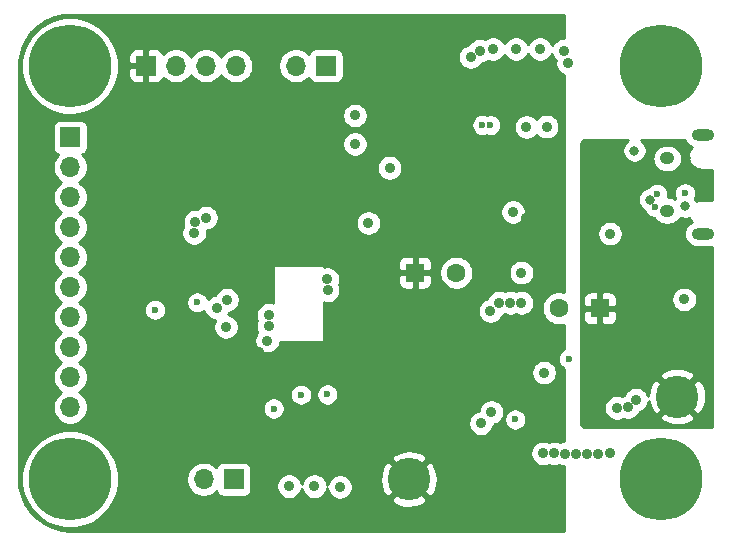
<source format=gbr>
%TF.GenerationSoftware,KiCad,Pcbnew,5.1.6*%
%TF.CreationDate,2021-04-04T19:37:59+02:00*%
%TF.ProjectId,teriyaki,74657269-7961-46b6-992e-6b696361645f,rev?*%
%TF.SameCoordinates,Original*%
%TF.FileFunction,Copper,L3,Inr*%
%TF.FilePolarity,Positive*%
%FSLAX46Y46*%
G04 Gerber Fmt 4.6, Leading zero omitted, Abs format (unit mm)*
G04 Created by KiCad (PCBNEW 5.1.6) date 2021-04-04 19:37:59*
%MOMM*%
%LPD*%
G01*
G04 APERTURE LIST*
%TA.AperFunction,ViaPad*%
%ADD10O,1.700000X1.700000*%
%TD*%
%TA.AperFunction,ViaPad*%
%ADD11R,1.700000X1.700000*%
%TD*%
%TA.AperFunction,ViaPad*%
%ADD12C,0.800000*%
%TD*%
%TA.AperFunction,ViaPad*%
%ADD13C,7.000000*%
%TD*%
%TA.AperFunction,ViaPad*%
%ADD14C,1.600000*%
%TD*%
%TA.AperFunction,ViaPad*%
%ADD15R,1.600000X1.600000*%
%TD*%
%TA.AperFunction,ViaPad*%
%ADD16O,1.900000X1.000000*%
%TD*%
%TA.AperFunction,ViaPad*%
%ADD17O,1.250000X1.050000*%
%TD*%
%TA.AperFunction,ViaPad*%
%ADD18C,3.600000*%
%TD*%
%TA.AperFunction,ViaPad*%
%ADD19C,0.900000*%
%TD*%
%TA.AperFunction,ViaPad*%
%ADD20C,0.600000*%
%TD*%
%TA.AperFunction,Conductor*%
%ADD21C,0.254000*%
%TD*%
G04 APERTURE END LIST*
D10*
%TO.N,GPIO_PC4*%
%TO.C,J3*%
X92000000Y-118600000D03*
%TO.N,GPIO_PB7*%
X92000000Y-116060000D03*
%TO.N,GPIO_PB6*%
X92000000Y-113520000D03*
%TO.N,GPIO_PB5*%
X92000000Y-110980000D03*
%TO.N,GPIO_PB4*%
X92000000Y-108440000D03*
%TO.N,GPIO_PB3*%
X92000000Y-105900000D03*
%TO.N,TIM2_CH2*%
X92000000Y-103360000D03*
%TO.N,TIM3_CH1*%
X92000000Y-100820000D03*
%TO.N,TIM2_CH1*%
X92000000Y-98280000D03*
D11*
%TO.N,TIM3_CH2*%
X92000000Y-95740000D03*
%TD*%
D10*
%TO.N,I2C_SCL*%
%TO.C,J4*%
X103300000Y-124700000D03*
D11*
%TO.N,I2C_SDA*%
X105840000Y-124700000D03*
%TD*%
D12*
%TO.N,GND*%
%TO.C,H3*%
X93856155Y-122843845D03*
X92000000Y-122075000D03*
X90143845Y-122843845D03*
X89375000Y-124700000D03*
X90143845Y-126556155D03*
X92000000Y-127325000D03*
X93856155Y-126556155D03*
X94625000Y-124700000D03*
D13*
X92000000Y-124700000D03*
%TD*%
D12*
%TO.N,GND*%
%TO.C,H4*%
X143856155Y-87843845D03*
X142000000Y-87075000D03*
X140143845Y-87843845D03*
X139375000Y-89700000D03*
X140143845Y-91556155D03*
X142000000Y-92325000D03*
X143856155Y-91556155D03*
X144625000Y-89700000D03*
D13*
X142000000Y-89700000D03*
%TD*%
D12*
%TO.N,GND*%
%TO.C,H2*%
X93856155Y-87843845D03*
X92000000Y-87075000D03*
X90143845Y-87843845D03*
X89375000Y-89700000D03*
X90143845Y-91556155D03*
X92000000Y-92325000D03*
X93856155Y-91556155D03*
X94625000Y-89700000D03*
D13*
X92000000Y-89700000D03*
%TD*%
D12*
%TO.N,GND*%
%TO.C,H1*%
X143856155Y-122843845D03*
X142000000Y-122075000D03*
X140143845Y-122843845D03*
X139375000Y-124700000D03*
X140143845Y-126556155D03*
X142000000Y-127325000D03*
X143856155Y-126556155D03*
X144625000Y-124700000D03*
D13*
X142000000Y-124700000D03*
%TD*%
D14*
%TO.N,GND*%
%TO.C,C2*%
X133350000Y-110236000D03*
D15*
%TO.N,REG_VIN*%
X136850000Y-110236000D03*
%TD*%
D14*
%TO.N,GND*%
%TO.C,C7*%
X124700000Y-107200000D03*
D15*
%TO.N,+3V3*%
X121200000Y-107200000D03*
%TD*%
D16*
%TO.N,Net-(J1-Pad6)*%
%TO.C,J1*%
X145550000Y-95575000D03*
X145550000Y-103925000D03*
D17*
X142550000Y-97525000D03*
X142550000Y-101975000D03*
%TD*%
D10*
%TO.N,STM8_TX*%
%TO.C,J2*%
X111120000Y-89680000D03*
D11*
%TO.N,STM8_RX*%
X113660000Y-89680000D03*
%TD*%
D10*
%TO.N,STM8_NRST*%
%TO.C,J_SWIM1*%
X106035000Y-89700000D03*
%TO.N,GND*%
X103495000Y-89700000D03*
%TO.N,STM8_SWIM*%
X100955000Y-89700000D03*
D11*
%TO.N,+3V3*%
X98415000Y-89700000D03*
%TD*%
D18*
%TO.N,+3V3*%
%TO.C,TP1*%
X120680000Y-124690000D03*
%TD*%
%TO.N,REG_VIN*%
%TO.C,TP2*%
X143400000Y-117700000D03*
%TD*%
D19*
%TO.N,GND*%
X143992600Y-109474000D03*
%TO.N,REG_VIN*%
X141935200Y-109474000D03*
%TO.N,+3V3*%
X107952400Y-113899200D03*
X101043600Y-113899200D03*
D12*
%TO.N,GND*%
X139776200Y-96873060D03*
X144068800Y-101600000D03*
D20*
X144050002Y-100482400D03*
X141681200Y-100533200D03*
X141483637Y-101633285D03*
D12*
X141097000Y-101015800D03*
D19*
X128295400Y-109753400D03*
X129260600Y-109753400D03*
X130200400Y-109753400D03*
X127584200Y-110439200D03*
X132969000Y-122504200D03*
X133908800Y-122529600D03*
X134848600Y-122529600D03*
X135788400Y-122529600D03*
X136728200Y-122529600D03*
X137668000Y-122504200D03*
X132054600Y-122504200D03*
X139903200Y-117957600D03*
X139217400Y-118592600D03*
X138277600Y-118643400D03*
X132130800Y-115671600D03*
X126769800Y-119958800D03*
X127658800Y-119019000D03*
X108816000Y-111740200D03*
X108816000Y-110775000D03*
X113794400Y-108692200D03*
X113769000Y-107752400D03*
X102600000Y-102900000D03*
X129489200Y-102057200D03*
X132334000Y-94843600D03*
X130632200Y-94869000D03*
X110540000Y-125287600D03*
X112673400Y-125287600D03*
X114841400Y-125343000D03*
X130200000Y-107200000D03*
X137700000Y-103900000D03*
X116100000Y-93900000D03*
X116100000Y-96300000D03*
X102500000Y-103850000D03*
X103500000Y-102550000D03*
X125900000Y-88950000D03*
X126700000Y-88410000D03*
X134170000Y-89450000D03*
X133800000Y-88400000D03*
X131770000Y-88280000D03*
X129750000Y-88280000D03*
X127800000Y-88260000D03*
D20*
X126900000Y-94700000D03*
X127580000Y-94720000D03*
D19*
%TO.N,+3V3*%
X130600000Y-102600000D03*
X118338600Y-115620800D03*
X118364000Y-116586000D03*
X121081800Y-115620800D03*
X121081800Y-116611400D03*
X117449600Y-115138200D03*
X117449600Y-116128800D03*
X121970800Y-116103400D03*
X121945400Y-115112800D03*
X121056400Y-114554000D03*
X118338600Y-114477800D03*
X126363400Y-122778200D03*
X105310800Y-102570800D03*
X106072800Y-103205800D03*
X106047400Y-104171000D03*
X127533400Y-98145600D03*
X127533400Y-99060000D03*
X128346200Y-98602800D03*
X126009400Y-90576400D03*
X126009400Y-91516200D03*
X125069600Y-90576400D03*
X125069600Y-91516200D03*
D12*
%TO.N,REG_VIN*%
X137693400Y-99110800D03*
X144100000Y-97500000D03*
X143865600Y-96723200D03*
X143865600Y-96723200D03*
X143865600Y-96723200D03*
X143865600Y-96723200D03*
X143865600Y-96723200D03*
X137637818Y-96850200D03*
D20*
X144068800Y-98831400D03*
X144068800Y-99441000D03*
%TO.N,REG_FEEDBACK*%
X129680000Y-119640000D03*
X134220000Y-114500000D03*
D19*
%TO.N,STM8_RX*%
X105206272Y-111798829D03*
X119040000Y-98330000D03*
%TO.N,STM8_TX*%
X117250000Y-103000000D03*
X108690000Y-112960000D03*
D20*
%TO.N,TIM3_CH1*%
X113770000Y-117520000D03*
%TO.N,GPIO_PB6*%
X111540000Y-117530000D03*
X102750000Y-109720000D03*
%TO.N,GPIO_PB7*%
X109220000Y-118710000D03*
X99180000Y-110350000D03*
D19*
%TO.N,STM8_SWIM*%
X104411370Y-110161825D03*
%TO.N,STM8_NRST*%
X105290000Y-109500000D03*
%TD*%
D21*
%TO.N,+3V3*%
G36*
X133783000Y-87315000D02*
G01*
X133693137Y-87315000D01*
X133483517Y-87356696D01*
X133286060Y-87438485D01*
X133108353Y-87557225D01*
X132957225Y-87708353D01*
X132838485Y-87886060D01*
X132809853Y-87955185D01*
X132731515Y-87766060D01*
X132612775Y-87588353D01*
X132461647Y-87437225D01*
X132283940Y-87318485D01*
X132086483Y-87236696D01*
X131876863Y-87195000D01*
X131663137Y-87195000D01*
X131453517Y-87236696D01*
X131256060Y-87318485D01*
X131078353Y-87437225D01*
X130927225Y-87588353D01*
X130808485Y-87766060D01*
X130760000Y-87883114D01*
X130711515Y-87766060D01*
X130592775Y-87588353D01*
X130441647Y-87437225D01*
X130263940Y-87318485D01*
X130066483Y-87236696D01*
X129856863Y-87195000D01*
X129643137Y-87195000D01*
X129433517Y-87236696D01*
X129236060Y-87318485D01*
X129058353Y-87437225D01*
X128907225Y-87588353D01*
X128788485Y-87766060D01*
X128779142Y-87788616D01*
X128761515Y-87746060D01*
X128642775Y-87568353D01*
X128491647Y-87417225D01*
X128313940Y-87298485D01*
X128116483Y-87216696D01*
X127906863Y-87175000D01*
X127693137Y-87175000D01*
X127483517Y-87216696D01*
X127286060Y-87298485D01*
X127119879Y-87409524D01*
X127016483Y-87366696D01*
X126806863Y-87325000D01*
X126593137Y-87325000D01*
X126383517Y-87366696D01*
X126186060Y-87448485D01*
X126008353Y-87567225D01*
X125857225Y-87718353D01*
X125754043Y-87872776D01*
X125583517Y-87906696D01*
X125386060Y-87988485D01*
X125208353Y-88107225D01*
X125057225Y-88258353D01*
X124938485Y-88436060D01*
X124856696Y-88633517D01*
X124815000Y-88843137D01*
X124815000Y-89056863D01*
X124856696Y-89266483D01*
X124938485Y-89463940D01*
X125057225Y-89641647D01*
X125208353Y-89792775D01*
X125386060Y-89911515D01*
X125583517Y-89993304D01*
X125793137Y-90035000D01*
X126006863Y-90035000D01*
X126216483Y-89993304D01*
X126413940Y-89911515D01*
X126591647Y-89792775D01*
X126742775Y-89641647D01*
X126845957Y-89487224D01*
X127016483Y-89453304D01*
X127213940Y-89371515D01*
X127380121Y-89260476D01*
X127483517Y-89303304D01*
X127693137Y-89345000D01*
X127906863Y-89345000D01*
X128116483Y-89303304D01*
X128313940Y-89221515D01*
X128491647Y-89102775D01*
X128642775Y-88951647D01*
X128761515Y-88773940D01*
X128770858Y-88751384D01*
X128788485Y-88793940D01*
X128907225Y-88971647D01*
X129058353Y-89122775D01*
X129236060Y-89241515D01*
X129433517Y-89323304D01*
X129643137Y-89365000D01*
X129856863Y-89365000D01*
X130066483Y-89323304D01*
X130263940Y-89241515D01*
X130441647Y-89122775D01*
X130592775Y-88971647D01*
X130711515Y-88793940D01*
X130760000Y-88676886D01*
X130808485Y-88793940D01*
X130927225Y-88971647D01*
X131078353Y-89122775D01*
X131256060Y-89241515D01*
X131453517Y-89323304D01*
X131663137Y-89365000D01*
X131876863Y-89365000D01*
X132086483Y-89323304D01*
X132283940Y-89241515D01*
X132461647Y-89122775D01*
X132612775Y-88971647D01*
X132731515Y-88793940D01*
X132760147Y-88724815D01*
X132838485Y-88913940D01*
X132957225Y-89091647D01*
X133105526Y-89239948D01*
X133085000Y-89343137D01*
X133085000Y-89556863D01*
X133126696Y-89766483D01*
X133208485Y-89963940D01*
X133327225Y-90141647D01*
X133478353Y-90292775D01*
X133656060Y-90411515D01*
X133783000Y-90464095D01*
X133783000Y-108862122D01*
X133768574Y-108856147D01*
X133491335Y-108801000D01*
X133208665Y-108801000D01*
X132931426Y-108856147D01*
X132670273Y-108964320D01*
X132435241Y-109121363D01*
X132235363Y-109321241D01*
X132078320Y-109556273D01*
X131970147Y-109817426D01*
X131915000Y-110094665D01*
X131915000Y-110377335D01*
X131970147Y-110654574D01*
X132078320Y-110915727D01*
X132235363Y-111150759D01*
X132435241Y-111350637D01*
X132670273Y-111507680D01*
X132931426Y-111615853D01*
X133208665Y-111671000D01*
X133491335Y-111671000D01*
X133768574Y-111615853D01*
X133783000Y-111609878D01*
X133783000Y-113668975D01*
X133777111Y-113671414D01*
X133623972Y-113773738D01*
X133493738Y-113903972D01*
X133391414Y-114057111D01*
X133320932Y-114227271D01*
X133285000Y-114407911D01*
X133285000Y-114592089D01*
X133320932Y-114772729D01*
X133391414Y-114942889D01*
X133493738Y-115096028D01*
X133623972Y-115226262D01*
X133777111Y-115328586D01*
X133783000Y-115331025D01*
X133783000Y-121448367D01*
X133592317Y-121486296D01*
X133469561Y-121537143D01*
X133285483Y-121460896D01*
X133075863Y-121419200D01*
X132862137Y-121419200D01*
X132652517Y-121460896D01*
X132511800Y-121519183D01*
X132371083Y-121460896D01*
X132161463Y-121419200D01*
X131947737Y-121419200D01*
X131738117Y-121460896D01*
X131540660Y-121542685D01*
X131362953Y-121661425D01*
X131211825Y-121812553D01*
X131093085Y-121990260D01*
X131011296Y-122187717D01*
X130969600Y-122397337D01*
X130969600Y-122611063D01*
X131011296Y-122820683D01*
X131093085Y-123018140D01*
X131211825Y-123195847D01*
X131362953Y-123346975D01*
X131540660Y-123465715D01*
X131738117Y-123547504D01*
X131947737Y-123589200D01*
X132161463Y-123589200D01*
X132371083Y-123547504D01*
X132511800Y-123489217D01*
X132652517Y-123547504D01*
X132862137Y-123589200D01*
X133075863Y-123589200D01*
X133285483Y-123547504D01*
X133408239Y-123496657D01*
X133592317Y-123572904D01*
X133783000Y-123610833D01*
X133783000Y-129040000D01*
X92029392Y-129040000D01*
X91231917Y-128968827D01*
X90488110Y-128765344D01*
X89792096Y-128433363D01*
X89165870Y-127983374D01*
X88629223Y-127429597D01*
X88199129Y-126789549D01*
X87889171Y-126083447D01*
X87707935Y-125328543D01*
X87660000Y-124675793D01*
X87660000Y-124292738D01*
X87865000Y-124292738D01*
X87865000Y-125107262D01*
X88023906Y-125906135D01*
X88335611Y-126658657D01*
X88788136Y-127335909D01*
X89364091Y-127911864D01*
X90041343Y-128364389D01*
X90793865Y-128676094D01*
X91592738Y-128835000D01*
X92407262Y-128835000D01*
X93206135Y-128676094D01*
X93958657Y-128364389D01*
X94635909Y-127911864D01*
X95211864Y-127335909D01*
X95664389Y-126658657D01*
X95976094Y-125906135D01*
X96135000Y-125107262D01*
X96135000Y-124553740D01*
X101815000Y-124553740D01*
X101815000Y-124846260D01*
X101872068Y-125133158D01*
X101984010Y-125403411D01*
X102146525Y-125646632D01*
X102353368Y-125853475D01*
X102596589Y-126015990D01*
X102866842Y-126127932D01*
X103153740Y-126185000D01*
X103446260Y-126185000D01*
X103733158Y-126127932D01*
X104003411Y-126015990D01*
X104246632Y-125853475D01*
X104378487Y-125721620D01*
X104400498Y-125794180D01*
X104459463Y-125904494D01*
X104538815Y-126001185D01*
X104635506Y-126080537D01*
X104745820Y-126139502D01*
X104865518Y-126175812D01*
X104990000Y-126188072D01*
X106690000Y-126188072D01*
X106814482Y-126175812D01*
X106934180Y-126139502D01*
X107044494Y-126080537D01*
X107141185Y-126001185D01*
X107220537Y-125904494D01*
X107279502Y-125794180D01*
X107315812Y-125674482D01*
X107328072Y-125550000D01*
X107328072Y-125180737D01*
X109455000Y-125180737D01*
X109455000Y-125394463D01*
X109496696Y-125604083D01*
X109578485Y-125801540D01*
X109697225Y-125979247D01*
X109848353Y-126130375D01*
X110026060Y-126249115D01*
X110223517Y-126330904D01*
X110433137Y-126372600D01*
X110646863Y-126372600D01*
X110856483Y-126330904D01*
X111053940Y-126249115D01*
X111231647Y-126130375D01*
X111382775Y-125979247D01*
X111501515Y-125801540D01*
X111583304Y-125604083D01*
X111606700Y-125486463D01*
X111630096Y-125604083D01*
X111711885Y-125801540D01*
X111830625Y-125979247D01*
X111981753Y-126130375D01*
X112159460Y-126249115D01*
X112356917Y-126330904D01*
X112566537Y-126372600D01*
X112780263Y-126372600D01*
X112989883Y-126330904D01*
X113187340Y-126249115D01*
X113365047Y-126130375D01*
X113516175Y-125979247D01*
X113634915Y-125801540D01*
X113716704Y-125604083D01*
X113756400Y-125404518D01*
X113756400Y-125449863D01*
X113798096Y-125659483D01*
X113879885Y-125856940D01*
X113998625Y-126034647D01*
X114149753Y-126185775D01*
X114327460Y-126304515D01*
X114524917Y-126386304D01*
X114734537Y-126428000D01*
X114948263Y-126428000D01*
X115113199Y-126395192D01*
X119154414Y-126395192D01*
X119346502Y-126741469D01*
X119772346Y-126962203D01*
X120233071Y-127095618D01*
X120710971Y-127136585D01*
X121187681Y-127083532D01*
X121644881Y-126938498D01*
X122013498Y-126741469D01*
X122205586Y-126395192D01*
X120680000Y-124869605D01*
X119154414Y-126395192D01*
X115113199Y-126395192D01*
X115157883Y-126386304D01*
X115355340Y-126304515D01*
X115533047Y-126185775D01*
X115684175Y-126034647D01*
X115802915Y-125856940D01*
X115884704Y-125659483D01*
X115926400Y-125449863D01*
X115926400Y-125236137D01*
X115884704Y-125026517D01*
X115802915Y-124829060D01*
X115730693Y-124720971D01*
X118233415Y-124720971D01*
X118286468Y-125197681D01*
X118431502Y-125654881D01*
X118628531Y-126023498D01*
X118974808Y-126215586D01*
X120500395Y-124690000D01*
X120859605Y-124690000D01*
X122385192Y-126215586D01*
X122731469Y-126023498D01*
X122952203Y-125597654D01*
X123085618Y-125136929D01*
X123126585Y-124659029D01*
X123073532Y-124182319D01*
X122928498Y-123725119D01*
X122731469Y-123356502D01*
X122385192Y-123164414D01*
X120859605Y-124690000D01*
X120500395Y-124690000D01*
X118974808Y-123164414D01*
X118628531Y-123356502D01*
X118407797Y-123782346D01*
X118274382Y-124243071D01*
X118233415Y-124720971D01*
X115730693Y-124720971D01*
X115684175Y-124651353D01*
X115533047Y-124500225D01*
X115355340Y-124381485D01*
X115157883Y-124299696D01*
X114948263Y-124258000D01*
X114734537Y-124258000D01*
X114524917Y-124299696D01*
X114327460Y-124381485D01*
X114149753Y-124500225D01*
X113998625Y-124651353D01*
X113879885Y-124829060D01*
X113798096Y-125026517D01*
X113758400Y-125226082D01*
X113758400Y-125180737D01*
X113716704Y-124971117D01*
X113634915Y-124773660D01*
X113516175Y-124595953D01*
X113365047Y-124444825D01*
X113187340Y-124326085D01*
X112989883Y-124244296D01*
X112780263Y-124202600D01*
X112566537Y-124202600D01*
X112356917Y-124244296D01*
X112159460Y-124326085D01*
X111981753Y-124444825D01*
X111830625Y-124595953D01*
X111711885Y-124773660D01*
X111630096Y-124971117D01*
X111606700Y-125088737D01*
X111583304Y-124971117D01*
X111501515Y-124773660D01*
X111382775Y-124595953D01*
X111231647Y-124444825D01*
X111053940Y-124326085D01*
X110856483Y-124244296D01*
X110646863Y-124202600D01*
X110433137Y-124202600D01*
X110223517Y-124244296D01*
X110026060Y-124326085D01*
X109848353Y-124444825D01*
X109697225Y-124595953D01*
X109578485Y-124773660D01*
X109496696Y-124971117D01*
X109455000Y-125180737D01*
X107328072Y-125180737D01*
X107328072Y-123850000D01*
X107315812Y-123725518D01*
X107279502Y-123605820D01*
X107220537Y-123495506D01*
X107141185Y-123398815D01*
X107044494Y-123319463D01*
X106934180Y-123260498D01*
X106814482Y-123224188D01*
X106690000Y-123211928D01*
X104990000Y-123211928D01*
X104865518Y-123224188D01*
X104745820Y-123260498D01*
X104635506Y-123319463D01*
X104538815Y-123398815D01*
X104459463Y-123495506D01*
X104400498Y-123605820D01*
X104378487Y-123678380D01*
X104246632Y-123546525D01*
X104003411Y-123384010D01*
X103733158Y-123272068D01*
X103446260Y-123215000D01*
X103153740Y-123215000D01*
X102866842Y-123272068D01*
X102596589Y-123384010D01*
X102353368Y-123546525D01*
X102146525Y-123753368D01*
X101984010Y-123996589D01*
X101872068Y-124266842D01*
X101815000Y-124553740D01*
X96135000Y-124553740D01*
X96135000Y-124292738D01*
X95976094Y-123493865D01*
X95765236Y-122984808D01*
X119154414Y-122984808D01*
X120680000Y-124510395D01*
X122205586Y-122984808D01*
X122013498Y-122638531D01*
X121587654Y-122417797D01*
X121126929Y-122284382D01*
X120649029Y-122243415D01*
X120172319Y-122296468D01*
X119715119Y-122441502D01*
X119346502Y-122638531D01*
X119154414Y-122984808D01*
X95765236Y-122984808D01*
X95664389Y-122741343D01*
X95211864Y-122064091D01*
X94635909Y-121488136D01*
X93958657Y-121035611D01*
X93206135Y-120723906D01*
X92407262Y-120565000D01*
X91592738Y-120565000D01*
X90793865Y-120723906D01*
X90041343Y-121035611D01*
X89364091Y-121488136D01*
X88788136Y-122064091D01*
X88335611Y-122741343D01*
X88023906Y-123493865D01*
X87865000Y-124292738D01*
X87660000Y-124292738D01*
X87660000Y-94890000D01*
X90511928Y-94890000D01*
X90511928Y-96590000D01*
X90524188Y-96714482D01*
X90560498Y-96834180D01*
X90619463Y-96944494D01*
X90698815Y-97041185D01*
X90795506Y-97120537D01*
X90905820Y-97179502D01*
X90978380Y-97201513D01*
X90846525Y-97333368D01*
X90684010Y-97576589D01*
X90572068Y-97846842D01*
X90515000Y-98133740D01*
X90515000Y-98426260D01*
X90572068Y-98713158D01*
X90684010Y-98983411D01*
X90846525Y-99226632D01*
X91053368Y-99433475D01*
X91227760Y-99550000D01*
X91053368Y-99666525D01*
X90846525Y-99873368D01*
X90684010Y-100116589D01*
X90572068Y-100386842D01*
X90515000Y-100673740D01*
X90515000Y-100966260D01*
X90572068Y-101253158D01*
X90684010Y-101523411D01*
X90846525Y-101766632D01*
X91053368Y-101973475D01*
X91227760Y-102090000D01*
X91053368Y-102206525D01*
X90846525Y-102413368D01*
X90684010Y-102656589D01*
X90572068Y-102926842D01*
X90515000Y-103213740D01*
X90515000Y-103506260D01*
X90572068Y-103793158D01*
X90684010Y-104063411D01*
X90846525Y-104306632D01*
X91053368Y-104513475D01*
X91227760Y-104630000D01*
X91053368Y-104746525D01*
X90846525Y-104953368D01*
X90684010Y-105196589D01*
X90572068Y-105466842D01*
X90515000Y-105753740D01*
X90515000Y-106046260D01*
X90572068Y-106333158D01*
X90684010Y-106603411D01*
X90846525Y-106846632D01*
X91053368Y-107053475D01*
X91227760Y-107170000D01*
X91053368Y-107286525D01*
X90846525Y-107493368D01*
X90684010Y-107736589D01*
X90572068Y-108006842D01*
X90515000Y-108293740D01*
X90515000Y-108586260D01*
X90572068Y-108873158D01*
X90684010Y-109143411D01*
X90846525Y-109386632D01*
X91053368Y-109593475D01*
X91227760Y-109710000D01*
X91053368Y-109826525D01*
X90846525Y-110033368D01*
X90684010Y-110276589D01*
X90572068Y-110546842D01*
X90515000Y-110833740D01*
X90515000Y-111126260D01*
X90572068Y-111413158D01*
X90684010Y-111683411D01*
X90846525Y-111926632D01*
X91053368Y-112133475D01*
X91227760Y-112250000D01*
X91053368Y-112366525D01*
X90846525Y-112573368D01*
X90684010Y-112816589D01*
X90572068Y-113086842D01*
X90515000Y-113373740D01*
X90515000Y-113666260D01*
X90572068Y-113953158D01*
X90684010Y-114223411D01*
X90846525Y-114466632D01*
X91053368Y-114673475D01*
X91227760Y-114790000D01*
X91053368Y-114906525D01*
X90846525Y-115113368D01*
X90684010Y-115356589D01*
X90572068Y-115626842D01*
X90515000Y-115913740D01*
X90515000Y-116206260D01*
X90572068Y-116493158D01*
X90684010Y-116763411D01*
X90846525Y-117006632D01*
X91053368Y-117213475D01*
X91227760Y-117330000D01*
X91053368Y-117446525D01*
X90846525Y-117653368D01*
X90684010Y-117896589D01*
X90572068Y-118166842D01*
X90515000Y-118453740D01*
X90515000Y-118746260D01*
X90572068Y-119033158D01*
X90684010Y-119303411D01*
X90846525Y-119546632D01*
X91053368Y-119753475D01*
X91296589Y-119915990D01*
X91566842Y-120027932D01*
X91853740Y-120085000D01*
X92146260Y-120085000D01*
X92433158Y-120027932D01*
X92703411Y-119915990D01*
X92799273Y-119851937D01*
X125684800Y-119851937D01*
X125684800Y-120065663D01*
X125726496Y-120275283D01*
X125808285Y-120472740D01*
X125927025Y-120650447D01*
X126078153Y-120801575D01*
X126255860Y-120920315D01*
X126453317Y-121002104D01*
X126662937Y-121043800D01*
X126876663Y-121043800D01*
X127086283Y-121002104D01*
X127283740Y-120920315D01*
X127461447Y-120801575D01*
X127612575Y-120650447D01*
X127731315Y-120472740D01*
X127813104Y-120275283D01*
X127850532Y-120087118D01*
X127975283Y-120062304D01*
X128172740Y-119980515D01*
X128350447Y-119861775D01*
X128501575Y-119710647D01*
X128610311Y-119547911D01*
X128745000Y-119547911D01*
X128745000Y-119732089D01*
X128780932Y-119912729D01*
X128851414Y-120082889D01*
X128953738Y-120236028D01*
X129083972Y-120366262D01*
X129237111Y-120468586D01*
X129407271Y-120539068D01*
X129587911Y-120575000D01*
X129772089Y-120575000D01*
X129952729Y-120539068D01*
X130122889Y-120468586D01*
X130276028Y-120366262D01*
X130406262Y-120236028D01*
X130508586Y-120082889D01*
X130579068Y-119912729D01*
X130615000Y-119732089D01*
X130615000Y-119547911D01*
X130579068Y-119367271D01*
X130508586Y-119197111D01*
X130406262Y-119043972D01*
X130276028Y-118913738D01*
X130122889Y-118811414D01*
X129952729Y-118740932D01*
X129772089Y-118705000D01*
X129587911Y-118705000D01*
X129407271Y-118740932D01*
X129237111Y-118811414D01*
X129083972Y-118913738D01*
X128953738Y-119043972D01*
X128851414Y-119197111D01*
X128780932Y-119367271D01*
X128745000Y-119547911D01*
X128610311Y-119547911D01*
X128620315Y-119532940D01*
X128702104Y-119335483D01*
X128743800Y-119125863D01*
X128743800Y-118912137D01*
X128702104Y-118702517D01*
X128620315Y-118505060D01*
X128501575Y-118327353D01*
X128350447Y-118176225D01*
X128172740Y-118057485D01*
X127975283Y-117975696D01*
X127765663Y-117934000D01*
X127551937Y-117934000D01*
X127342317Y-117975696D01*
X127144860Y-118057485D01*
X126967153Y-118176225D01*
X126816025Y-118327353D01*
X126697285Y-118505060D01*
X126615496Y-118702517D01*
X126578068Y-118890682D01*
X126453317Y-118915496D01*
X126255860Y-118997285D01*
X126078153Y-119116025D01*
X125927025Y-119267153D01*
X125808285Y-119444860D01*
X125726496Y-119642317D01*
X125684800Y-119851937D01*
X92799273Y-119851937D01*
X92946632Y-119753475D01*
X93153475Y-119546632D01*
X93315990Y-119303411D01*
X93427932Y-119033158D01*
X93485000Y-118746260D01*
X93485000Y-118617911D01*
X108285000Y-118617911D01*
X108285000Y-118802089D01*
X108320932Y-118982729D01*
X108391414Y-119152889D01*
X108493738Y-119306028D01*
X108623972Y-119436262D01*
X108777111Y-119538586D01*
X108947271Y-119609068D01*
X109127911Y-119645000D01*
X109312089Y-119645000D01*
X109492729Y-119609068D01*
X109662889Y-119538586D01*
X109816028Y-119436262D01*
X109946262Y-119306028D01*
X110048586Y-119152889D01*
X110119068Y-118982729D01*
X110155000Y-118802089D01*
X110155000Y-118617911D01*
X110119068Y-118437271D01*
X110048586Y-118267111D01*
X109946262Y-118113972D01*
X109816028Y-117983738D01*
X109662889Y-117881414D01*
X109492729Y-117810932D01*
X109312089Y-117775000D01*
X109127911Y-117775000D01*
X108947271Y-117810932D01*
X108777111Y-117881414D01*
X108623972Y-117983738D01*
X108493738Y-118113972D01*
X108391414Y-118267111D01*
X108320932Y-118437271D01*
X108285000Y-118617911D01*
X93485000Y-118617911D01*
X93485000Y-118453740D01*
X93427932Y-118166842D01*
X93315990Y-117896589D01*
X93153475Y-117653368D01*
X92946632Y-117446525D01*
X92933741Y-117437911D01*
X110605000Y-117437911D01*
X110605000Y-117622089D01*
X110640932Y-117802729D01*
X110711414Y-117972889D01*
X110813738Y-118126028D01*
X110943972Y-118256262D01*
X111097111Y-118358586D01*
X111267271Y-118429068D01*
X111447911Y-118465000D01*
X111632089Y-118465000D01*
X111812729Y-118429068D01*
X111982889Y-118358586D01*
X112136028Y-118256262D01*
X112266262Y-118126028D01*
X112368586Y-117972889D01*
X112439068Y-117802729D01*
X112475000Y-117622089D01*
X112475000Y-117437911D01*
X112473011Y-117427911D01*
X112835000Y-117427911D01*
X112835000Y-117612089D01*
X112870932Y-117792729D01*
X112941414Y-117962889D01*
X113043738Y-118116028D01*
X113173972Y-118246262D01*
X113327111Y-118348586D01*
X113497271Y-118419068D01*
X113677911Y-118455000D01*
X113862089Y-118455000D01*
X114042729Y-118419068D01*
X114212889Y-118348586D01*
X114366028Y-118246262D01*
X114496262Y-118116028D01*
X114598586Y-117962889D01*
X114669068Y-117792729D01*
X114705000Y-117612089D01*
X114705000Y-117427911D01*
X114669068Y-117247271D01*
X114598586Y-117077111D01*
X114496262Y-116923972D01*
X114366028Y-116793738D01*
X114212889Y-116691414D01*
X114042729Y-116620932D01*
X113862089Y-116585000D01*
X113677911Y-116585000D01*
X113497271Y-116620932D01*
X113327111Y-116691414D01*
X113173972Y-116793738D01*
X113043738Y-116923972D01*
X112941414Y-117077111D01*
X112870932Y-117247271D01*
X112835000Y-117427911D01*
X112473011Y-117427911D01*
X112439068Y-117257271D01*
X112368586Y-117087111D01*
X112266262Y-116933972D01*
X112136028Y-116803738D01*
X111982889Y-116701414D01*
X111812729Y-116630932D01*
X111632089Y-116595000D01*
X111447911Y-116595000D01*
X111267271Y-116630932D01*
X111097111Y-116701414D01*
X110943972Y-116803738D01*
X110813738Y-116933972D01*
X110711414Y-117087111D01*
X110640932Y-117257271D01*
X110605000Y-117437911D01*
X92933741Y-117437911D01*
X92772240Y-117330000D01*
X92946632Y-117213475D01*
X93153475Y-117006632D01*
X93315990Y-116763411D01*
X93427932Y-116493158D01*
X93485000Y-116206260D01*
X93485000Y-115913740D01*
X93427932Y-115626842D01*
X93402208Y-115564737D01*
X131045800Y-115564737D01*
X131045800Y-115778463D01*
X131087496Y-115988083D01*
X131169285Y-116185540D01*
X131288025Y-116363247D01*
X131439153Y-116514375D01*
X131616860Y-116633115D01*
X131814317Y-116714904D01*
X132023937Y-116756600D01*
X132237663Y-116756600D01*
X132447283Y-116714904D01*
X132644740Y-116633115D01*
X132822447Y-116514375D01*
X132973575Y-116363247D01*
X133092315Y-116185540D01*
X133174104Y-115988083D01*
X133215800Y-115778463D01*
X133215800Y-115564737D01*
X133174104Y-115355117D01*
X133092315Y-115157660D01*
X132973575Y-114979953D01*
X132822447Y-114828825D01*
X132644740Y-114710085D01*
X132447283Y-114628296D01*
X132237663Y-114586600D01*
X132023937Y-114586600D01*
X131814317Y-114628296D01*
X131616860Y-114710085D01*
X131439153Y-114828825D01*
X131288025Y-114979953D01*
X131169285Y-115157660D01*
X131087496Y-115355117D01*
X131045800Y-115564737D01*
X93402208Y-115564737D01*
X93315990Y-115356589D01*
X93153475Y-115113368D01*
X92946632Y-114906525D01*
X92772240Y-114790000D01*
X92946632Y-114673475D01*
X93153475Y-114466632D01*
X93315990Y-114223411D01*
X93427932Y-113953158D01*
X93485000Y-113666260D01*
X93485000Y-113373740D01*
X93427932Y-113086842D01*
X93315990Y-112816589D01*
X93153475Y-112573368D01*
X92946632Y-112366525D01*
X92772240Y-112250000D01*
X92946632Y-112133475D01*
X93153475Y-111926632D01*
X93315990Y-111683411D01*
X93427932Y-111413158D01*
X93485000Y-111126260D01*
X93485000Y-110833740D01*
X93427932Y-110546842D01*
X93315990Y-110276589D01*
X93303510Y-110257911D01*
X98245000Y-110257911D01*
X98245000Y-110442089D01*
X98280932Y-110622729D01*
X98351414Y-110792889D01*
X98453738Y-110946028D01*
X98583972Y-111076262D01*
X98737111Y-111178586D01*
X98907271Y-111249068D01*
X99087911Y-111285000D01*
X99272089Y-111285000D01*
X99452729Y-111249068D01*
X99622889Y-111178586D01*
X99776028Y-111076262D01*
X99906262Y-110946028D01*
X100008586Y-110792889D01*
X100079068Y-110622729D01*
X100115000Y-110442089D01*
X100115000Y-110257911D01*
X100079068Y-110077271D01*
X100008586Y-109907111D01*
X99906262Y-109753972D01*
X99780201Y-109627911D01*
X101815000Y-109627911D01*
X101815000Y-109812089D01*
X101850932Y-109992729D01*
X101921414Y-110162889D01*
X102023738Y-110316028D01*
X102153972Y-110446262D01*
X102307111Y-110548586D01*
X102477271Y-110619068D01*
X102657911Y-110655000D01*
X102842089Y-110655000D01*
X103022729Y-110619068D01*
X103192889Y-110548586D01*
X103346028Y-110446262D01*
X103359093Y-110433197D01*
X103368066Y-110478308D01*
X103449855Y-110675765D01*
X103568595Y-110853472D01*
X103719723Y-111004600D01*
X103897430Y-111123340D01*
X104094887Y-111205129D01*
X104274216Y-111240800D01*
X104244757Y-111284889D01*
X104162968Y-111482346D01*
X104121272Y-111691966D01*
X104121272Y-111905692D01*
X104162968Y-112115312D01*
X104244757Y-112312769D01*
X104363497Y-112490476D01*
X104514625Y-112641604D01*
X104692332Y-112760344D01*
X104889789Y-112842133D01*
X105099409Y-112883829D01*
X105313135Y-112883829D01*
X105467434Y-112853137D01*
X107605000Y-112853137D01*
X107605000Y-113066863D01*
X107646696Y-113276483D01*
X107728485Y-113473940D01*
X107847225Y-113651647D01*
X107998353Y-113802775D01*
X108176060Y-113921515D01*
X108373517Y-114003304D01*
X108583137Y-114045000D01*
X108796863Y-114045000D01*
X109006483Y-114003304D01*
X109203940Y-113921515D01*
X109381647Y-113802775D01*
X109532775Y-113651647D01*
X109651515Y-113473940D01*
X109733304Y-113276483D01*
X109768011Y-113102000D01*
X113325000Y-113102000D01*
X113349776Y-113099560D01*
X113373601Y-113092333D01*
X113395557Y-113080597D01*
X113414803Y-113064803D01*
X113430597Y-113045557D01*
X113442333Y-113023601D01*
X113449560Y-112999776D01*
X113452000Y-112975000D01*
X113452000Y-110332337D01*
X126499200Y-110332337D01*
X126499200Y-110546063D01*
X126540896Y-110755683D01*
X126622685Y-110953140D01*
X126741425Y-111130847D01*
X126892553Y-111281975D01*
X127070260Y-111400715D01*
X127267717Y-111482504D01*
X127477337Y-111524200D01*
X127691063Y-111524200D01*
X127900683Y-111482504D01*
X128098140Y-111400715D01*
X128275847Y-111281975D01*
X128426975Y-111130847D01*
X128545715Y-110953140D01*
X128610390Y-110797001D01*
X128611883Y-110796704D01*
X128778000Y-110727896D01*
X128944117Y-110796704D01*
X129153737Y-110838400D01*
X129367463Y-110838400D01*
X129577083Y-110796704D01*
X129730500Y-110733157D01*
X129883917Y-110796704D01*
X130093537Y-110838400D01*
X130307263Y-110838400D01*
X130516883Y-110796704D01*
X130714340Y-110714915D01*
X130892047Y-110596175D01*
X131043175Y-110445047D01*
X131161915Y-110267340D01*
X131243704Y-110069883D01*
X131285400Y-109860263D01*
X131285400Y-109646537D01*
X131243704Y-109436917D01*
X131161915Y-109239460D01*
X131043175Y-109061753D01*
X130892047Y-108910625D01*
X130714340Y-108791885D01*
X130516883Y-108710096D01*
X130307263Y-108668400D01*
X130093537Y-108668400D01*
X129883917Y-108710096D01*
X129730500Y-108773643D01*
X129577083Y-108710096D01*
X129367463Y-108668400D01*
X129153737Y-108668400D01*
X128944117Y-108710096D01*
X128778000Y-108778904D01*
X128611883Y-108710096D01*
X128402263Y-108668400D01*
X128188537Y-108668400D01*
X127978917Y-108710096D01*
X127781460Y-108791885D01*
X127603753Y-108910625D01*
X127452625Y-109061753D01*
X127333885Y-109239460D01*
X127269210Y-109395599D01*
X127267717Y-109395896D01*
X127070260Y-109477685D01*
X126892553Y-109596425D01*
X126741425Y-109747553D01*
X126622685Y-109925260D01*
X126540896Y-110122717D01*
X126499200Y-110332337D01*
X113452000Y-110332337D01*
X113452000Y-109724769D01*
X113477917Y-109735504D01*
X113687537Y-109777200D01*
X113901263Y-109777200D01*
X114110883Y-109735504D01*
X114308340Y-109653715D01*
X114486047Y-109534975D01*
X114637175Y-109383847D01*
X114755915Y-109206140D01*
X114837704Y-109008683D01*
X114879400Y-108799063D01*
X114879400Y-108585337D01*
X114837704Y-108375717D01*
X114761457Y-108191639D01*
X114812304Y-108068883D01*
X114826005Y-108000000D01*
X119761928Y-108000000D01*
X119774188Y-108124482D01*
X119810498Y-108244180D01*
X119869463Y-108354494D01*
X119948815Y-108451185D01*
X120045506Y-108530537D01*
X120155820Y-108589502D01*
X120275518Y-108625812D01*
X120400000Y-108638072D01*
X120914250Y-108635000D01*
X121073000Y-108476250D01*
X121073000Y-107327000D01*
X121327000Y-107327000D01*
X121327000Y-108476250D01*
X121485750Y-108635000D01*
X122000000Y-108638072D01*
X122124482Y-108625812D01*
X122244180Y-108589502D01*
X122354494Y-108530537D01*
X122451185Y-108451185D01*
X122530537Y-108354494D01*
X122589502Y-108244180D01*
X122625812Y-108124482D01*
X122638072Y-108000000D01*
X122635000Y-107485750D01*
X122476250Y-107327000D01*
X121327000Y-107327000D01*
X121073000Y-107327000D01*
X119923750Y-107327000D01*
X119765000Y-107485750D01*
X119761928Y-108000000D01*
X114826005Y-108000000D01*
X114854000Y-107859263D01*
X114854000Y-107645537D01*
X114812304Y-107435917D01*
X114730515Y-107238460D01*
X114611775Y-107060753D01*
X114460647Y-106909625D01*
X114282940Y-106790885D01*
X114085483Y-106709096D01*
X113875863Y-106667400D01*
X113662137Y-106667400D01*
X113452517Y-106709096D01*
X113452000Y-106709310D01*
X113452000Y-106675000D01*
X113449560Y-106650224D01*
X113442333Y-106626399D01*
X113430597Y-106604443D01*
X113414803Y-106585197D01*
X113395557Y-106569403D01*
X113373601Y-106557667D01*
X113349776Y-106550440D01*
X113325000Y-106548000D01*
X109275000Y-106548000D01*
X109250224Y-106550440D01*
X109226399Y-106557667D01*
X109204443Y-106569403D01*
X109185197Y-106585197D01*
X109169403Y-106604443D01*
X109157667Y-106626399D01*
X109150440Y-106650224D01*
X109148000Y-106675000D01*
X109148000Y-109738123D01*
X109132483Y-109731696D01*
X108922863Y-109690000D01*
X108709137Y-109690000D01*
X108499517Y-109731696D01*
X108302060Y-109813485D01*
X108124353Y-109932225D01*
X107973225Y-110083353D01*
X107854485Y-110261060D01*
X107772696Y-110458517D01*
X107731000Y-110668137D01*
X107731000Y-110881863D01*
X107772696Y-111091483D01*
X107841504Y-111257600D01*
X107772696Y-111423717D01*
X107731000Y-111633337D01*
X107731000Y-111847063D01*
X107772696Y-112056683D01*
X107854485Y-112254140D01*
X107857270Y-112258308D01*
X107847225Y-112268353D01*
X107728485Y-112446060D01*
X107646696Y-112643517D01*
X107605000Y-112853137D01*
X105467434Y-112853137D01*
X105522755Y-112842133D01*
X105720212Y-112760344D01*
X105897919Y-112641604D01*
X106049047Y-112490476D01*
X106167787Y-112312769D01*
X106249576Y-112115312D01*
X106291272Y-111905692D01*
X106291272Y-111691966D01*
X106249576Y-111482346D01*
X106167787Y-111284889D01*
X106049047Y-111107182D01*
X105897919Y-110956054D01*
X105720212Y-110837314D01*
X105522755Y-110755525D01*
X105343426Y-110719854D01*
X105372885Y-110675765D01*
X105411704Y-110582048D01*
X105606483Y-110543304D01*
X105803940Y-110461515D01*
X105981647Y-110342775D01*
X106132775Y-110191647D01*
X106251515Y-110013940D01*
X106333304Y-109816483D01*
X106375000Y-109606863D01*
X106375000Y-109393137D01*
X106333304Y-109183517D01*
X106251515Y-108986060D01*
X106132775Y-108808353D01*
X105981647Y-108657225D01*
X105803940Y-108538485D01*
X105606483Y-108456696D01*
X105396863Y-108415000D01*
X105183137Y-108415000D01*
X104973517Y-108456696D01*
X104776060Y-108538485D01*
X104598353Y-108657225D01*
X104447225Y-108808353D01*
X104328485Y-108986060D01*
X104289666Y-109079777D01*
X104094887Y-109118521D01*
X103897430Y-109200310D01*
X103719723Y-109319050D01*
X103632207Y-109406566D01*
X103578586Y-109277111D01*
X103476262Y-109123972D01*
X103346028Y-108993738D01*
X103192889Y-108891414D01*
X103022729Y-108820932D01*
X102842089Y-108785000D01*
X102657911Y-108785000D01*
X102477271Y-108820932D01*
X102307111Y-108891414D01*
X102153972Y-108993738D01*
X102023738Y-109123972D01*
X101921414Y-109277111D01*
X101850932Y-109447271D01*
X101815000Y-109627911D01*
X99780201Y-109627911D01*
X99776028Y-109623738D01*
X99622889Y-109521414D01*
X99452729Y-109450932D01*
X99272089Y-109415000D01*
X99087911Y-109415000D01*
X98907271Y-109450932D01*
X98737111Y-109521414D01*
X98583972Y-109623738D01*
X98453738Y-109753972D01*
X98351414Y-109907111D01*
X98280932Y-110077271D01*
X98245000Y-110257911D01*
X93303510Y-110257911D01*
X93153475Y-110033368D01*
X92946632Y-109826525D01*
X92772240Y-109710000D01*
X92946632Y-109593475D01*
X93153475Y-109386632D01*
X93315990Y-109143411D01*
X93427932Y-108873158D01*
X93485000Y-108586260D01*
X93485000Y-108293740D01*
X93427932Y-108006842D01*
X93315990Y-107736589D01*
X93153475Y-107493368D01*
X92946632Y-107286525D01*
X92772240Y-107170000D01*
X92946632Y-107053475D01*
X93153475Y-106846632D01*
X93315990Y-106603411D01*
X93400245Y-106400000D01*
X119761928Y-106400000D01*
X119765000Y-106914250D01*
X119923750Y-107073000D01*
X121073000Y-107073000D01*
X121073000Y-105923750D01*
X121327000Y-105923750D01*
X121327000Y-107073000D01*
X122476250Y-107073000D01*
X122490585Y-107058665D01*
X123265000Y-107058665D01*
X123265000Y-107341335D01*
X123320147Y-107618574D01*
X123428320Y-107879727D01*
X123585363Y-108114759D01*
X123785241Y-108314637D01*
X124020273Y-108471680D01*
X124281426Y-108579853D01*
X124558665Y-108635000D01*
X124841335Y-108635000D01*
X125118574Y-108579853D01*
X125379727Y-108471680D01*
X125614759Y-108314637D01*
X125814637Y-108114759D01*
X125971680Y-107879727D01*
X126079853Y-107618574D01*
X126135000Y-107341335D01*
X126135000Y-107093137D01*
X129115000Y-107093137D01*
X129115000Y-107306863D01*
X129156696Y-107516483D01*
X129238485Y-107713940D01*
X129357225Y-107891647D01*
X129508353Y-108042775D01*
X129686060Y-108161515D01*
X129883517Y-108243304D01*
X130093137Y-108285000D01*
X130306863Y-108285000D01*
X130516483Y-108243304D01*
X130713940Y-108161515D01*
X130891647Y-108042775D01*
X131042775Y-107891647D01*
X131161515Y-107713940D01*
X131243304Y-107516483D01*
X131285000Y-107306863D01*
X131285000Y-107093137D01*
X131243304Y-106883517D01*
X131161515Y-106686060D01*
X131042775Y-106508353D01*
X130891647Y-106357225D01*
X130713940Y-106238485D01*
X130516483Y-106156696D01*
X130306863Y-106115000D01*
X130093137Y-106115000D01*
X129883517Y-106156696D01*
X129686060Y-106238485D01*
X129508353Y-106357225D01*
X129357225Y-106508353D01*
X129238485Y-106686060D01*
X129156696Y-106883517D01*
X129115000Y-107093137D01*
X126135000Y-107093137D01*
X126135000Y-107058665D01*
X126079853Y-106781426D01*
X125971680Y-106520273D01*
X125814637Y-106285241D01*
X125614759Y-106085363D01*
X125379727Y-105928320D01*
X125118574Y-105820147D01*
X124841335Y-105765000D01*
X124558665Y-105765000D01*
X124281426Y-105820147D01*
X124020273Y-105928320D01*
X123785241Y-106085363D01*
X123585363Y-106285241D01*
X123428320Y-106520273D01*
X123320147Y-106781426D01*
X123265000Y-107058665D01*
X122490585Y-107058665D01*
X122635000Y-106914250D01*
X122638072Y-106400000D01*
X122625812Y-106275518D01*
X122589502Y-106155820D01*
X122530537Y-106045506D01*
X122451185Y-105948815D01*
X122354494Y-105869463D01*
X122244180Y-105810498D01*
X122124482Y-105774188D01*
X122000000Y-105761928D01*
X121485750Y-105765000D01*
X121327000Y-105923750D01*
X121073000Y-105923750D01*
X120914250Y-105765000D01*
X120400000Y-105761928D01*
X120275518Y-105774188D01*
X120155820Y-105810498D01*
X120045506Y-105869463D01*
X119948815Y-105948815D01*
X119869463Y-106045506D01*
X119810498Y-106155820D01*
X119774188Y-106275518D01*
X119761928Y-106400000D01*
X93400245Y-106400000D01*
X93427932Y-106333158D01*
X93485000Y-106046260D01*
X93485000Y-105753740D01*
X93427932Y-105466842D01*
X93315990Y-105196589D01*
X93153475Y-104953368D01*
X92946632Y-104746525D01*
X92772240Y-104630000D01*
X92946632Y-104513475D01*
X93153475Y-104306632D01*
X93315990Y-104063411D01*
X93427932Y-103793158D01*
X93437881Y-103743137D01*
X101415000Y-103743137D01*
X101415000Y-103956863D01*
X101456696Y-104166483D01*
X101538485Y-104363940D01*
X101657225Y-104541647D01*
X101808353Y-104692775D01*
X101986060Y-104811515D01*
X102183517Y-104893304D01*
X102393137Y-104935000D01*
X102606863Y-104935000D01*
X102816483Y-104893304D01*
X103013940Y-104811515D01*
X103191647Y-104692775D01*
X103342775Y-104541647D01*
X103461515Y-104363940D01*
X103543304Y-104166483D01*
X103585000Y-103956863D01*
X103585000Y-103743137D01*
X103563490Y-103635000D01*
X103606863Y-103635000D01*
X103816483Y-103593304D01*
X104013940Y-103511515D01*
X104191647Y-103392775D01*
X104342775Y-103241647D01*
X104461515Y-103063940D01*
X104532263Y-102893137D01*
X116165000Y-102893137D01*
X116165000Y-103106863D01*
X116206696Y-103316483D01*
X116288485Y-103513940D01*
X116407225Y-103691647D01*
X116558353Y-103842775D01*
X116736060Y-103961515D01*
X116933517Y-104043304D01*
X117143137Y-104085000D01*
X117356863Y-104085000D01*
X117566483Y-104043304D01*
X117763940Y-103961515D01*
X117941647Y-103842775D01*
X118092775Y-103691647D01*
X118211515Y-103513940D01*
X118293304Y-103316483D01*
X118335000Y-103106863D01*
X118335000Y-102893137D01*
X118293304Y-102683517D01*
X118211515Y-102486060D01*
X118092775Y-102308353D01*
X117941647Y-102157225D01*
X117763940Y-102038485D01*
X117566483Y-101956696D01*
X117534515Y-101950337D01*
X128404200Y-101950337D01*
X128404200Y-102164063D01*
X128445896Y-102373683D01*
X128527685Y-102571140D01*
X128646425Y-102748847D01*
X128797553Y-102899975D01*
X128975260Y-103018715D01*
X129172717Y-103100504D01*
X129382337Y-103142200D01*
X129596063Y-103142200D01*
X129805683Y-103100504D01*
X130003140Y-103018715D01*
X130180847Y-102899975D01*
X130331975Y-102748847D01*
X130450715Y-102571140D01*
X130532504Y-102373683D01*
X130574200Y-102164063D01*
X130574200Y-101950337D01*
X130532504Y-101740717D01*
X130450715Y-101543260D01*
X130331975Y-101365553D01*
X130180847Y-101214425D01*
X130003140Y-101095685D01*
X129805683Y-101013896D01*
X129596063Y-100972200D01*
X129382337Y-100972200D01*
X129172717Y-101013896D01*
X128975260Y-101095685D01*
X128797553Y-101214425D01*
X128646425Y-101365553D01*
X128527685Y-101543260D01*
X128445896Y-101740717D01*
X128404200Y-101950337D01*
X117534515Y-101950337D01*
X117356863Y-101915000D01*
X117143137Y-101915000D01*
X116933517Y-101956696D01*
X116736060Y-102038485D01*
X116558353Y-102157225D01*
X116407225Y-102308353D01*
X116288485Y-102486060D01*
X116206696Y-102683517D01*
X116165000Y-102893137D01*
X104532263Y-102893137D01*
X104543304Y-102866483D01*
X104585000Y-102656863D01*
X104585000Y-102443137D01*
X104543304Y-102233517D01*
X104461515Y-102036060D01*
X104342775Y-101858353D01*
X104191647Y-101707225D01*
X104013940Y-101588485D01*
X103816483Y-101506696D01*
X103606863Y-101465000D01*
X103393137Y-101465000D01*
X103183517Y-101506696D01*
X102986060Y-101588485D01*
X102808353Y-101707225D01*
X102700578Y-101815000D01*
X102493137Y-101815000D01*
X102283517Y-101856696D01*
X102086060Y-101938485D01*
X101908353Y-102057225D01*
X101757225Y-102208353D01*
X101638485Y-102386060D01*
X101556696Y-102583517D01*
X101515000Y-102793137D01*
X101515000Y-103006863D01*
X101556696Y-103216483D01*
X101580303Y-103273475D01*
X101538485Y-103336060D01*
X101456696Y-103533517D01*
X101415000Y-103743137D01*
X93437881Y-103743137D01*
X93485000Y-103506260D01*
X93485000Y-103213740D01*
X93427932Y-102926842D01*
X93315990Y-102656589D01*
X93153475Y-102413368D01*
X92946632Y-102206525D01*
X92772240Y-102090000D01*
X92946632Y-101973475D01*
X93153475Y-101766632D01*
X93315990Y-101523411D01*
X93427932Y-101253158D01*
X93485000Y-100966260D01*
X93485000Y-100673740D01*
X93427932Y-100386842D01*
X93315990Y-100116589D01*
X93153475Y-99873368D01*
X92946632Y-99666525D01*
X92772240Y-99550000D01*
X92946632Y-99433475D01*
X93153475Y-99226632D01*
X93315990Y-98983411D01*
X93427932Y-98713158D01*
X93485000Y-98426260D01*
X93485000Y-98223137D01*
X117955000Y-98223137D01*
X117955000Y-98436863D01*
X117996696Y-98646483D01*
X118078485Y-98843940D01*
X118197225Y-99021647D01*
X118348353Y-99172775D01*
X118526060Y-99291515D01*
X118723517Y-99373304D01*
X118933137Y-99415000D01*
X119146863Y-99415000D01*
X119356483Y-99373304D01*
X119553940Y-99291515D01*
X119731647Y-99172775D01*
X119882775Y-99021647D01*
X120001515Y-98843940D01*
X120083304Y-98646483D01*
X120125000Y-98436863D01*
X120125000Y-98223137D01*
X120083304Y-98013517D01*
X120001515Y-97816060D01*
X119882775Y-97638353D01*
X119731647Y-97487225D01*
X119553940Y-97368485D01*
X119356483Y-97286696D01*
X119146863Y-97245000D01*
X118933137Y-97245000D01*
X118723517Y-97286696D01*
X118526060Y-97368485D01*
X118348353Y-97487225D01*
X118197225Y-97638353D01*
X118078485Y-97816060D01*
X117996696Y-98013517D01*
X117955000Y-98223137D01*
X93485000Y-98223137D01*
X93485000Y-98133740D01*
X93427932Y-97846842D01*
X93315990Y-97576589D01*
X93153475Y-97333368D01*
X93021620Y-97201513D01*
X93094180Y-97179502D01*
X93204494Y-97120537D01*
X93301185Y-97041185D01*
X93380537Y-96944494D01*
X93439502Y-96834180D01*
X93475812Y-96714482D01*
X93488072Y-96590000D01*
X93488072Y-96193137D01*
X115015000Y-96193137D01*
X115015000Y-96406863D01*
X115056696Y-96616483D01*
X115138485Y-96813940D01*
X115257225Y-96991647D01*
X115408353Y-97142775D01*
X115586060Y-97261515D01*
X115783517Y-97343304D01*
X115993137Y-97385000D01*
X116206863Y-97385000D01*
X116416483Y-97343304D01*
X116613940Y-97261515D01*
X116791647Y-97142775D01*
X116942775Y-96991647D01*
X117061515Y-96813940D01*
X117143304Y-96616483D01*
X117185000Y-96406863D01*
X117185000Y-96193137D01*
X117143304Y-95983517D01*
X117061515Y-95786060D01*
X116942775Y-95608353D01*
X116791647Y-95457225D01*
X116613940Y-95338485D01*
X116416483Y-95256696D01*
X116206863Y-95215000D01*
X115993137Y-95215000D01*
X115783517Y-95256696D01*
X115586060Y-95338485D01*
X115408353Y-95457225D01*
X115257225Y-95608353D01*
X115138485Y-95786060D01*
X115056696Y-95983517D01*
X115015000Y-96193137D01*
X93488072Y-96193137D01*
X93488072Y-94890000D01*
X93475812Y-94765518D01*
X93439502Y-94645820D01*
X93380537Y-94535506D01*
X93301185Y-94438815D01*
X93204494Y-94359463D01*
X93094180Y-94300498D01*
X92974482Y-94264188D01*
X92850000Y-94251928D01*
X91150000Y-94251928D01*
X91025518Y-94264188D01*
X90905820Y-94300498D01*
X90795506Y-94359463D01*
X90698815Y-94438815D01*
X90619463Y-94535506D01*
X90560498Y-94645820D01*
X90524188Y-94765518D01*
X90511928Y-94890000D01*
X87660000Y-94890000D01*
X87660000Y-89729392D01*
X87698970Y-89292738D01*
X87865000Y-89292738D01*
X87865000Y-90107262D01*
X88023906Y-90906135D01*
X88335611Y-91658657D01*
X88788136Y-92335909D01*
X89364091Y-92911864D01*
X90041343Y-93364389D01*
X90793865Y-93676094D01*
X91592738Y-93835000D01*
X92407262Y-93835000D01*
X92617721Y-93793137D01*
X115015000Y-93793137D01*
X115015000Y-94006863D01*
X115056696Y-94216483D01*
X115138485Y-94413940D01*
X115257225Y-94591647D01*
X115408353Y-94742775D01*
X115586060Y-94861515D01*
X115783517Y-94943304D01*
X115993137Y-94985000D01*
X116206863Y-94985000D01*
X116416483Y-94943304D01*
X116613940Y-94861515D01*
X116791647Y-94742775D01*
X116926511Y-94607911D01*
X125965000Y-94607911D01*
X125965000Y-94792089D01*
X126000932Y-94972729D01*
X126071414Y-95142889D01*
X126173738Y-95296028D01*
X126303972Y-95426262D01*
X126457111Y-95528586D01*
X126627271Y-95599068D01*
X126807911Y-95635000D01*
X126992089Y-95635000D01*
X127172729Y-95599068D01*
X127215858Y-95581204D01*
X127307271Y-95619068D01*
X127487911Y-95655000D01*
X127672089Y-95655000D01*
X127852729Y-95619068D01*
X128022889Y-95548586D01*
X128176028Y-95446262D01*
X128306262Y-95316028D01*
X128408586Y-95162889D01*
X128479068Y-94992729D01*
X128515000Y-94812089D01*
X128515000Y-94762137D01*
X129547200Y-94762137D01*
X129547200Y-94975863D01*
X129588896Y-95185483D01*
X129670685Y-95382940D01*
X129789425Y-95560647D01*
X129940553Y-95711775D01*
X130118260Y-95830515D01*
X130315717Y-95912304D01*
X130525337Y-95954000D01*
X130739063Y-95954000D01*
X130948683Y-95912304D01*
X131146140Y-95830515D01*
X131323847Y-95711775D01*
X131474975Y-95560647D01*
X131491658Y-95535680D01*
X131642353Y-95686375D01*
X131820060Y-95805115D01*
X132017517Y-95886904D01*
X132227137Y-95928600D01*
X132440863Y-95928600D01*
X132650483Y-95886904D01*
X132847940Y-95805115D01*
X133025647Y-95686375D01*
X133176775Y-95535247D01*
X133295515Y-95357540D01*
X133377304Y-95160083D01*
X133419000Y-94950463D01*
X133419000Y-94736737D01*
X133377304Y-94527117D01*
X133295515Y-94329660D01*
X133176775Y-94151953D01*
X133025647Y-94000825D01*
X132847940Y-93882085D01*
X132650483Y-93800296D01*
X132440863Y-93758600D01*
X132227137Y-93758600D01*
X132017517Y-93800296D01*
X131820060Y-93882085D01*
X131642353Y-94000825D01*
X131491225Y-94151953D01*
X131474542Y-94176920D01*
X131323847Y-94026225D01*
X131146140Y-93907485D01*
X130948683Y-93825696D01*
X130739063Y-93784000D01*
X130525337Y-93784000D01*
X130315717Y-93825696D01*
X130118260Y-93907485D01*
X129940553Y-94026225D01*
X129789425Y-94177353D01*
X129670685Y-94355060D01*
X129588896Y-94552517D01*
X129547200Y-94762137D01*
X128515000Y-94762137D01*
X128515000Y-94627911D01*
X128479068Y-94447271D01*
X128408586Y-94277111D01*
X128306262Y-94123972D01*
X128176028Y-93993738D01*
X128022889Y-93891414D01*
X127852729Y-93820932D01*
X127672089Y-93785000D01*
X127487911Y-93785000D01*
X127307271Y-93820932D01*
X127264142Y-93838796D01*
X127172729Y-93800932D01*
X126992089Y-93765000D01*
X126807911Y-93765000D01*
X126627271Y-93800932D01*
X126457111Y-93871414D01*
X126303972Y-93973738D01*
X126173738Y-94103972D01*
X126071414Y-94257111D01*
X126000932Y-94427271D01*
X125965000Y-94607911D01*
X116926511Y-94607911D01*
X116942775Y-94591647D01*
X117061515Y-94413940D01*
X117143304Y-94216483D01*
X117185000Y-94006863D01*
X117185000Y-93793137D01*
X117143304Y-93583517D01*
X117061515Y-93386060D01*
X116942775Y-93208353D01*
X116791647Y-93057225D01*
X116613940Y-92938485D01*
X116416483Y-92856696D01*
X116206863Y-92815000D01*
X115993137Y-92815000D01*
X115783517Y-92856696D01*
X115586060Y-92938485D01*
X115408353Y-93057225D01*
X115257225Y-93208353D01*
X115138485Y-93386060D01*
X115056696Y-93583517D01*
X115015000Y-93793137D01*
X92617721Y-93793137D01*
X93206135Y-93676094D01*
X93958657Y-93364389D01*
X94635909Y-92911864D01*
X95211864Y-92335909D01*
X95664389Y-91658657D01*
X95976094Y-90906135D01*
X96046933Y-90550000D01*
X96926928Y-90550000D01*
X96939188Y-90674482D01*
X96975498Y-90794180D01*
X97034463Y-90904494D01*
X97113815Y-91001185D01*
X97210506Y-91080537D01*
X97320820Y-91139502D01*
X97440518Y-91175812D01*
X97565000Y-91188072D01*
X98129250Y-91185000D01*
X98288000Y-91026250D01*
X98288000Y-89827000D01*
X97088750Y-89827000D01*
X96930000Y-89985750D01*
X96926928Y-90550000D01*
X96046933Y-90550000D01*
X96135000Y-90107262D01*
X96135000Y-89292738D01*
X96046934Y-88850000D01*
X96926928Y-88850000D01*
X96930000Y-89414250D01*
X97088750Y-89573000D01*
X98288000Y-89573000D01*
X98288000Y-88373750D01*
X98542000Y-88373750D01*
X98542000Y-89573000D01*
X98562000Y-89573000D01*
X98562000Y-89827000D01*
X98542000Y-89827000D01*
X98542000Y-91026250D01*
X98700750Y-91185000D01*
X99265000Y-91188072D01*
X99389482Y-91175812D01*
X99509180Y-91139502D01*
X99619494Y-91080537D01*
X99716185Y-91001185D01*
X99795537Y-90904494D01*
X99854502Y-90794180D01*
X99876513Y-90721620D01*
X100008368Y-90853475D01*
X100251589Y-91015990D01*
X100521842Y-91127932D01*
X100808740Y-91185000D01*
X101101260Y-91185000D01*
X101388158Y-91127932D01*
X101658411Y-91015990D01*
X101901632Y-90853475D01*
X102108475Y-90646632D01*
X102225000Y-90472240D01*
X102341525Y-90646632D01*
X102548368Y-90853475D01*
X102791589Y-91015990D01*
X103061842Y-91127932D01*
X103348740Y-91185000D01*
X103641260Y-91185000D01*
X103928158Y-91127932D01*
X104198411Y-91015990D01*
X104441632Y-90853475D01*
X104648475Y-90646632D01*
X104765000Y-90472240D01*
X104881525Y-90646632D01*
X105088368Y-90853475D01*
X105331589Y-91015990D01*
X105601842Y-91127932D01*
X105888740Y-91185000D01*
X106181260Y-91185000D01*
X106468158Y-91127932D01*
X106738411Y-91015990D01*
X106981632Y-90853475D01*
X107188475Y-90646632D01*
X107350990Y-90403411D01*
X107462932Y-90133158D01*
X107520000Y-89846260D01*
X107520000Y-89553740D01*
X107516022Y-89533740D01*
X109635000Y-89533740D01*
X109635000Y-89826260D01*
X109692068Y-90113158D01*
X109804010Y-90383411D01*
X109966525Y-90626632D01*
X110173368Y-90833475D01*
X110416589Y-90995990D01*
X110686842Y-91107932D01*
X110973740Y-91165000D01*
X111266260Y-91165000D01*
X111553158Y-91107932D01*
X111823411Y-90995990D01*
X112066632Y-90833475D01*
X112198487Y-90701620D01*
X112220498Y-90774180D01*
X112279463Y-90884494D01*
X112358815Y-90981185D01*
X112455506Y-91060537D01*
X112565820Y-91119502D01*
X112685518Y-91155812D01*
X112810000Y-91168072D01*
X114510000Y-91168072D01*
X114634482Y-91155812D01*
X114754180Y-91119502D01*
X114864494Y-91060537D01*
X114961185Y-90981185D01*
X115040537Y-90884494D01*
X115099502Y-90774180D01*
X115135812Y-90654482D01*
X115148072Y-90530000D01*
X115148072Y-88830000D01*
X115135812Y-88705518D01*
X115099502Y-88585820D01*
X115040537Y-88475506D01*
X114961185Y-88378815D01*
X114864494Y-88299463D01*
X114754180Y-88240498D01*
X114634482Y-88204188D01*
X114510000Y-88191928D01*
X112810000Y-88191928D01*
X112685518Y-88204188D01*
X112565820Y-88240498D01*
X112455506Y-88299463D01*
X112358815Y-88378815D01*
X112279463Y-88475506D01*
X112220498Y-88585820D01*
X112198487Y-88658380D01*
X112066632Y-88526525D01*
X111823411Y-88364010D01*
X111553158Y-88252068D01*
X111266260Y-88195000D01*
X110973740Y-88195000D01*
X110686842Y-88252068D01*
X110416589Y-88364010D01*
X110173368Y-88526525D01*
X109966525Y-88733368D01*
X109804010Y-88976589D01*
X109692068Y-89246842D01*
X109635000Y-89533740D01*
X107516022Y-89533740D01*
X107462932Y-89266842D01*
X107350990Y-88996589D01*
X107188475Y-88753368D01*
X106981632Y-88546525D01*
X106738411Y-88384010D01*
X106468158Y-88272068D01*
X106181260Y-88215000D01*
X105888740Y-88215000D01*
X105601842Y-88272068D01*
X105331589Y-88384010D01*
X105088368Y-88546525D01*
X104881525Y-88753368D01*
X104765000Y-88927760D01*
X104648475Y-88753368D01*
X104441632Y-88546525D01*
X104198411Y-88384010D01*
X103928158Y-88272068D01*
X103641260Y-88215000D01*
X103348740Y-88215000D01*
X103061842Y-88272068D01*
X102791589Y-88384010D01*
X102548368Y-88546525D01*
X102341525Y-88753368D01*
X102225000Y-88927760D01*
X102108475Y-88753368D01*
X101901632Y-88546525D01*
X101658411Y-88384010D01*
X101388158Y-88272068D01*
X101101260Y-88215000D01*
X100808740Y-88215000D01*
X100521842Y-88272068D01*
X100251589Y-88384010D01*
X100008368Y-88546525D01*
X99876513Y-88678380D01*
X99854502Y-88605820D01*
X99795537Y-88495506D01*
X99716185Y-88398815D01*
X99619494Y-88319463D01*
X99509180Y-88260498D01*
X99389482Y-88224188D01*
X99265000Y-88211928D01*
X98700750Y-88215000D01*
X98542000Y-88373750D01*
X98288000Y-88373750D01*
X98129250Y-88215000D01*
X97565000Y-88211928D01*
X97440518Y-88224188D01*
X97320820Y-88260498D01*
X97210506Y-88319463D01*
X97113815Y-88398815D01*
X97034463Y-88495506D01*
X96975498Y-88605820D01*
X96939188Y-88725518D01*
X96926928Y-88850000D01*
X96046934Y-88850000D01*
X95976094Y-88493865D01*
X95664389Y-87741343D01*
X95211864Y-87064091D01*
X94635909Y-86488136D01*
X93958657Y-86035611D01*
X93206135Y-85723906D01*
X92407262Y-85565000D01*
X91592738Y-85565000D01*
X90793865Y-85723906D01*
X90041343Y-86035611D01*
X89364091Y-86488136D01*
X88788136Y-87064091D01*
X88335611Y-87741343D01*
X88023906Y-88493865D01*
X87865000Y-89292738D01*
X87698970Y-89292738D01*
X87731173Y-88931917D01*
X87934656Y-88188109D01*
X88266638Y-87492095D01*
X88716626Y-86865870D01*
X89270403Y-86329223D01*
X89910451Y-85899129D01*
X90616553Y-85589171D01*
X91371457Y-85407935D01*
X92024207Y-85360000D01*
X133783000Y-85360000D01*
X133783000Y-87315000D01*
G37*
X133783000Y-87315000D02*
X133693137Y-87315000D01*
X133483517Y-87356696D01*
X133286060Y-87438485D01*
X133108353Y-87557225D01*
X132957225Y-87708353D01*
X132838485Y-87886060D01*
X132809853Y-87955185D01*
X132731515Y-87766060D01*
X132612775Y-87588353D01*
X132461647Y-87437225D01*
X132283940Y-87318485D01*
X132086483Y-87236696D01*
X131876863Y-87195000D01*
X131663137Y-87195000D01*
X131453517Y-87236696D01*
X131256060Y-87318485D01*
X131078353Y-87437225D01*
X130927225Y-87588353D01*
X130808485Y-87766060D01*
X130760000Y-87883114D01*
X130711515Y-87766060D01*
X130592775Y-87588353D01*
X130441647Y-87437225D01*
X130263940Y-87318485D01*
X130066483Y-87236696D01*
X129856863Y-87195000D01*
X129643137Y-87195000D01*
X129433517Y-87236696D01*
X129236060Y-87318485D01*
X129058353Y-87437225D01*
X128907225Y-87588353D01*
X128788485Y-87766060D01*
X128779142Y-87788616D01*
X128761515Y-87746060D01*
X128642775Y-87568353D01*
X128491647Y-87417225D01*
X128313940Y-87298485D01*
X128116483Y-87216696D01*
X127906863Y-87175000D01*
X127693137Y-87175000D01*
X127483517Y-87216696D01*
X127286060Y-87298485D01*
X127119879Y-87409524D01*
X127016483Y-87366696D01*
X126806863Y-87325000D01*
X126593137Y-87325000D01*
X126383517Y-87366696D01*
X126186060Y-87448485D01*
X126008353Y-87567225D01*
X125857225Y-87718353D01*
X125754043Y-87872776D01*
X125583517Y-87906696D01*
X125386060Y-87988485D01*
X125208353Y-88107225D01*
X125057225Y-88258353D01*
X124938485Y-88436060D01*
X124856696Y-88633517D01*
X124815000Y-88843137D01*
X124815000Y-89056863D01*
X124856696Y-89266483D01*
X124938485Y-89463940D01*
X125057225Y-89641647D01*
X125208353Y-89792775D01*
X125386060Y-89911515D01*
X125583517Y-89993304D01*
X125793137Y-90035000D01*
X126006863Y-90035000D01*
X126216483Y-89993304D01*
X126413940Y-89911515D01*
X126591647Y-89792775D01*
X126742775Y-89641647D01*
X126845957Y-89487224D01*
X127016483Y-89453304D01*
X127213940Y-89371515D01*
X127380121Y-89260476D01*
X127483517Y-89303304D01*
X127693137Y-89345000D01*
X127906863Y-89345000D01*
X128116483Y-89303304D01*
X128313940Y-89221515D01*
X128491647Y-89102775D01*
X128642775Y-88951647D01*
X128761515Y-88773940D01*
X128770858Y-88751384D01*
X128788485Y-88793940D01*
X128907225Y-88971647D01*
X129058353Y-89122775D01*
X129236060Y-89241515D01*
X129433517Y-89323304D01*
X129643137Y-89365000D01*
X129856863Y-89365000D01*
X130066483Y-89323304D01*
X130263940Y-89241515D01*
X130441647Y-89122775D01*
X130592775Y-88971647D01*
X130711515Y-88793940D01*
X130760000Y-88676886D01*
X130808485Y-88793940D01*
X130927225Y-88971647D01*
X131078353Y-89122775D01*
X131256060Y-89241515D01*
X131453517Y-89323304D01*
X131663137Y-89365000D01*
X131876863Y-89365000D01*
X132086483Y-89323304D01*
X132283940Y-89241515D01*
X132461647Y-89122775D01*
X132612775Y-88971647D01*
X132731515Y-88793940D01*
X132760147Y-88724815D01*
X132838485Y-88913940D01*
X132957225Y-89091647D01*
X133105526Y-89239948D01*
X133085000Y-89343137D01*
X133085000Y-89556863D01*
X133126696Y-89766483D01*
X133208485Y-89963940D01*
X133327225Y-90141647D01*
X133478353Y-90292775D01*
X133656060Y-90411515D01*
X133783000Y-90464095D01*
X133783000Y-108862122D01*
X133768574Y-108856147D01*
X133491335Y-108801000D01*
X133208665Y-108801000D01*
X132931426Y-108856147D01*
X132670273Y-108964320D01*
X132435241Y-109121363D01*
X132235363Y-109321241D01*
X132078320Y-109556273D01*
X131970147Y-109817426D01*
X131915000Y-110094665D01*
X131915000Y-110377335D01*
X131970147Y-110654574D01*
X132078320Y-110915727D01*
X132235363Y-111150759D01*
X132435241Y-111350637D01*
X132670273Y-111507680D01*
X132931426Y-111615853D01*
X133208665Y-111671000D01*
X133491335Y-111671000D01*
X133768574Y-111615853D01*
X133783000Y-111609878D01*
X133783000Y-113668975D01*
X133777111Y-113671414D01*
X133623972Y-113773738D01*
X133493738Y-113903972D01*
X133391414Y-114057111D01*
X133320932Y-114227271D01*
X133285000Y-114407911D01*
X133285000Y-114592089D01*
X133320932Y-114772729D01*
X133391414Y-114942889D01*
X133493738Y-115096028D01*
X133623972Y-115226262D01*
X133777111Y-115328586D01*
X133783000Y-115331025D01*
X133783000Y-121448367D01*
X133592317Y-121486296D01*
X133469561Y-121537143D01*
X133285483Y-121460896D01*
X133075863Y-121419200D01*
X132862137Y-121419200D01*
X132652517Y-121460896D01*
X132511800Y-121519183D01*
X132371083Y-121460896D01*
X132161463Y-121419200D01*
X131947737Y-121419200D01*
X131738117Y-121460896D01*
X131540660Y-121542685D01*
X131362953Y-121661425D01*
X131211825Y-121812553D01*
X131093085Y-121990260D01*
X131011296Y-122187717D01*
X130969600Y-122397337D01*
X130969600Y-122611063D01*
X131011296Y-122820683D01*
X131093085Y-123018140D01*
X131211825Y-123195847D01*
X131362953Y-123346975D01*
X131540660Y-123465715D01*
X131738117Y-123547504D01*
X131947737Y-123589200D01*
X132161463Y-123589200D01*
X132371083Y-123547504D01*
X132511800Y-123489217D01*
X132652517Y-123547504D01*
X132862137Y-123589200D01*
X133075863Y-123589200D01*
X133285483Y-123547504D01*
X133408239Y-123496657D01*
X133592317Y-123572904D01*
X133783000Y-123610833D01*
X133783000Y-129040000D01*
X92029392Y-129040000D01*
X91231917Y-128968827D01*
X90488110Y-128765344D01*
X89792096Y-128433363D01*
X89165870Y-127983374D01*
X88629223Y-127429597D01*
X88199129Y-126789549D01*
X87889171Y-126083447D01*
X87707935Y-125328543D01*
X87660000Y-124675793D01*
X87660000Y-124292738D01*
X87865000Y-124292738D01*
X87865000Y-125107262D01*
X88023906Y-125906135D01*
X88335611Y-126658657D01*
X88788136Y-127335909D01*
X89364091Y-127911864D01*
X90041343Y-128364389D01*
X90793865Y-128676094D01*
X91592738Y-128835000D01*
X92407262Y-128835000D01*
X93206135Y-128676094D01*
X93958657Y-128364389D01*
X94635909Y-127911864D01*
X95211864Y-127335909D01*
X95664389Y-126658657D01*
X95976094Y-125906135D01*
X96135000Y-125107262D01*
X96135000Y-124553740D01*
X101815000Y-124553740D01*
X101815000Y-124846260D01*
X101872068Y-125133158D01*
X101984010Y-125403411D01*
X102146525Y-125646632D01*
X102353368Y-125853475D01*
X102596589Y-126015990D01*
X102866842Y-126127932D01*
X103153740Y-126185000D01*
X103446260Y-126185000D01*
X103733158Y-126127932D01*
X104003411Y-126015990D01*
X104246632Y-125853475D01*
X104378487Y-125721620D01*
X104400498Y-125794180D01*
X104459463Y-125904494D01*
X104538815Y-126001185D01*
X104635506Y-126080537D01*
X104745820Y-126139502D01*
X104865518Y-126175812D01*
X104990000Y-126188072D01*
X106690000Y-126188072D01*
X106814482Y-126175812D01*
X106934180Y-126139502D01*
X107044494Y-126080537D01*
X107141185Y-126001185D01*
X107220537Y-125904494D01*
X107279502Y-125794180D01*
X107315812Y-125674482D01*
X107328072Y-125550000D01*
X107328072Y-125180737D01*
X109455000Y-125180737D01*
X109455000Y-125394463D01*
X109496696Y-125604083D01*
X109578485Y-125801540D01*
X109697225Y-125979247D01*
X109848353Y-126130375D01*
X110026060Y-126249115D01*
X110223517Y-126330904D01*
X110433137Y-126372600D01*
X110646863Y-126372600D01*
X110856483Y-126330904D01*
X111053940Y-126249115D01*
X111231647Y-126130375D01*
X111382775Y-125979247D01*
X111501515Y-125801540D01*
X111583304Y-125604083D01*
X111606700Y-125486463D01*
X111630096Y-125604083D01*
X111711885Y-125801540D01*
X111830625Y-125979247D01*
X111981753Y-126130375D01*
X112159460Y-126249115D01*
X112356917Y-126330904D01*
X112566537Y-126372600D01*
X112780263Y-126372600D01*
X112989883Y-126330904D01*
X113187340Y-126249115D01*
X113365047Y-126130375D01*
X113516175Y-125979247D01*
X113634915Y-125801540D01*
X113716704Y-125604083D01*
X113756400Y-125404518D01*
X113756400Y-125449863D01*
X113798096Y-125659483D01*
X113879885Y-125856940D01*
X113998625Y-126034647D01*
X114149753Y-126185775D01*
X114327460Y-126304515D01*
X114524917Y-126386304D01*
X114734537Y-126428000D01*
X114948263Y-126428000D01*
X115113199Y-126395192D01*
X119154414Y-126395192D01*
X119346502Y-126741469D01*
X119772346Y-126962203D01*
X120233071Y-127095618D01*
X120710971Y-127136585D01*
X121187681Y-127083532D01*
X121644881Y-126938498D01*
X122013498Y-126741469D01*
X122205586Y-126395192D01*
X120680000Y-124869605D01*
X119154414Y-126395192D01*
X115113199Y-126395192D01*
X115157883Y-126386304D01*
X115355340Y-126304515D01*
X115533047Y-126185775D01*
X115684175Y-126034647D01*
X115802915Y-125856940D01*
X115884704Y-125659483D01*
X115926400Y-125449863D01*
X115926400Y-125236137D01*
X115884704Y-125026517D01*
X115802915Y-124829060D01*
X115730693Y-124720971D01*
X118233415Y-124720971D01*
X118286468Y-125197681D01*
X118431502Y-125654881D01*
X118628531Y-126023498D01*
X118974808Y-126215586D01*
X120500395Y-124690000D01*
X120859605Y-124690000D01*
X122385192Y-126215586D01*
X122731469Y-126023498D01*
X122952203Y-125597654D01*
X123085618Y-125136929D01*
X123126585Y-124659029D01*
X123073532Y-124182319D01*
X122928498Y-123725119D01*
X122731469Y-123356502D01*
X122385192Y-123164414D01*
X120859605Y-124690000D01*
X120500395Y-124690000D01*
X118974808Y-123164414D01*
X118628531Y-123356502D01*
X118407797Y-123782346D01*
X118274382Y-124243071D01*
X118233415Y-124720971D01*
X115730693Y-124720971D01*
X115684175Y-124651353D01*
X115533047Y-124500225D01*
X115355340Y-124381485D01*
X115157883Y-124299696D01*
X114948263Y-124258000D01*
X114734537Y-124258000D01*
X114524917Y-124299696D01*
X114327460Y-124381485D01*
X114149753Y-124500225D01*
X113998625Y-124651353D01*
X113879885Y-124829060D01*
X113798096Y-125026517D01*
X113758400Y-125226082D01*
X113758400Y-125180737D01*
X113716704Y-124971117D01*
X113634915Y-124773660D01*
X113516175Y-124595953D01*
X113365047Y-124444825D01*
X113187340Y-124326085D01*
X112989883Y-124244296D01*
X112780263Y-124202600D01*
X112566537Y-124202600D01*
X112356917Y-124244296D01*
X112159460Y-124326085D01*
X111981753Y-124444825D01*
X111830625Y-124595953D01*
X111711885Y-124773660D01*
X111630096Y-124971117D01*
X111606700Y-125088737D01*
X111583304Y-124971117D01*
X111501515Y-124773660D01*
X111382775Y-124595953D01*
X111231647Y-124444825D01*
X111053940Y-124326085D01*
X110856483Y-124244296D01*
X110646863Y-124202600D01*
X110433137Y-124202600D01*
X110223517Y-124244296D01*
X110026060Y-124326085D01*
X109848353Y-124444825D01*
X109697225Y-124595953D01*
X109578485Y-124773660D01*
X109496696Y-124971117D01*
X109455000Y-125180737D01*
X107328072Y-125180737D01*
X107328072Y-123850000D01*
X107315812Y-123725518D01*
X107279502Y-123605820D01*
X107220537Y-123495506D01*
X107141185Y-123398815D01*
X107044494Y-123319463D01*
X106934180Y-123260498D01*
X106814482Y-123224188D01*
X106690000Y-123211928D01*
X104990000Y-123211928D01*
X104865518Y-123224188D01*
X104745820Y-123260498D01*
X104635506Y-123319463D01*
X104538815Y-123398815D01*
X104459463Y-123495506D01*
X104400498Y-123605820D01*
X104378487Y-123678380D01*
X104246632Y-123546525D01*
X104003411Y-123384010D01*
X103733158Y-123272068D01*
X103446260Y-123215000D01*
X103153740Y-123215000D01*
X102866842Y-123272068D01*
X102596589Y-123384010D01*
X102353368Y-123546525D01*
X102146525Y-123753368D01*
X101984010Y-123996589D01*
X101872068Y-124266842D01*
X101815000Y-124553740D01*
X96135000Y-124553740D01*
X96135000Y-124292738D01*
X95976094Y-123493865D01*
X95765236Y-122984808D01*
X119154414Y-122984808D01*
X120680000Y-124510395D01*
X122205586Y-122984808D01*
X122013498Y-122638531D01*
X121587654Y-122417797D01*
X121126929Y-122284382D01*
X120649029Y-122243415D01*
X120172319Y-122296468D01*
X119715119Y-122441502D01*
X119346502Y-122638531D01*
X119154414Y-122984808D01*
X95765236Y-122984808D01*
X95664389Y-122741343D01*
X95211864Y-122064091D01*
X94635909Y-121488136D01*
X93958657Y-121035611D01*
X93206135Y-120723906D01*
X92407262Y-120565000D01*
X91592738Y-120565000D01*
X90793865Y-120723906D01*
X90041343Y-121035611D01*
X89364091Y-121488136D01*
X88788136Y-122064091D01*
X88335611Y-122741343D01*
X88023906Y-123493865D01*
X87865000Y-124292738D01*
X87660000Y-124292738D01*
X87660000Y-94890000D01*
X90511928Y-94890000D01*
X90511928Y-96590000D01*
X90524188Y-96714482D01*
X90560498Y-96834180D01*
X90619463Y-96944494D01*
X90698815Y-97041185D01*
X90795506Y-97120537D01*
X90905820Y-97179502D01*
X90978380Y-97201513D01*
X90846525Y-97333368D01*
X90684010Y-97576589D01*
X90572068Y-97846842D01*
X90515000Y-98133740D01*
X90515000Y-98426260D01*
X90572068Y-98713158D01*
X90684010Y-98983411D01*
X90846525Y-99226632D01*
X91053368Y-99433475D01*
X91227760Y-99550000D01*
X91053368Y-99666525D01*
X90846525Y-99873368D01*
X90684010Y-100116589D01*
X90572068Y-100386842D01*
X90515000Y-100673740D01*
X90515000Y-100966260D01*
X90572068Y-101253158D01*
X90684010Y-101523411D01*
X90846525Y-101766632D01*
X91053368Y-101973475D01*
X91227760Y-102090000D01*
X91053368Y-102206525D01*
X90846525Y-102413368D01*
X90684010Y-102656589D01*
X90572068Y-102926842D01*
X90515000Y-103213740D01*
X90515000Y-103506260D01*
X90572068Y-103793158D01*
X90684010Y-104063411D01*
X90846525Y-104306632D01*
X91053368Y-104513475D01*
X91227760Y-104630000D01*
X91053368Y-104746525D01*
X90846525Y-104953368D01*
X90684010Y-105196589D01*
X90572068Y-105466842D01*
X90515000Y-105753740D01*
X90515000Y-106046260D01*
X90572068Y-106333158D01*
X90684010Y-106603411D01*
X90846525Y-106846632D01*
X91053368Y-107053475D01*
X91227760Y-107170000D01*
X91053368Y-107286525D01*
X90846525Y-107493368D01*
X90684010Y-107736589D01*
X90572068Y-108006842D01*
X90515000Y-108293740D01*
X90515000Y-108586260D01*
X90572068Y-108873158D01*
X90684010Y-109143411D01*
X90846525Y-109386632D01*
X91053368Y-109593475D01*
X91227760Y-109710000D01*
X91053368Y-109826525D01*
X90846525Y-110033368D01*
X90684010Y-110276589D01*
X90572068Y-110546842D01*
X90515000Y-110833740D01*
X90515000Y-111126260D01*
X90572068Y-111413158D01*
X90684010Y-111683411D01*
X90846525Y-111926632D01*
X91053368Y-112133475D01*
X91227760Y-112250000D01*
X91053368Y-112366525D01*
X90846525Y-112573368D01*
X90684010Y-112816589D01*
X90572068Y-113086842D01*
X90515000Y-113373740D01*
X90515000Y-113666260D01*
X90572068Y-113953158D01*
X90684010Y-114223411D01*
X90846525Y-114466632D01*
X91053368Y-114673475D01*
X91227760Y-114790000D01*
X91053368Y-114906525D01*
X90846525Y-115113368D01*
X90684010Y-115356589D01*
X90572068Y-115626842D01*
X90515000Y-115913740D01*
X90515000Y-116206260D01*
X90572068Y-116493158D01*
X90684010Y-116763411D01*
X90846525Y-117006632D01*
X91053368Y-117213475D01*
X91227760Y-117330000D01*
X91053368Y-117446525D01*
X90846525Y-117653368D01*
X90684010Y-117896589D01*
X90572068Y-118166842D01*
X90515000Y-118453740D01*
X90515000Y-118746260D01*
X90572068Y-119033158D01*
X90684010Y-119303411D01*
X90846525Y-119546632D01*
X91053368Y-119753475D01*
X91296589Y-119915990D01*
X91566842Y-120027932D01*
X91853740Y-120085000D01*
X92146260Y-120085000D01*
X92433158Y-120027932D01*
X92703411Y-119915990D01*
X92799273Y-119851937D01*
X125684800Y-119851937D01*
X125684800Y-120065663D01*
X125726496Y-120275283D01*
X125808285Y-120472740D01*
X125927025Y-120650447D01*
X126078153Y-120801575D01*
X126255860Y-120920315D01*
X126453317Y-121002104D01*
X126662937Y-121043800D01*
X126876663Y-121043800D01*
X127086283Y-121002104D01*
X127283740Y-120920315D01*
X127461447Y-120801575D01*
X127612575Y-120650447D01*
X127731315Y-120472740D01*
X127813104Y-120275283D01*
X127850532Y-120087118D01*
X127975283Y-120062304D01*
X128172740Y-119980515D01*
X128350447Y-119861775D01*
X128501575Y-119710647D01*
X128610311Y-119547911D01*
X128745000Y-119547911D01*
X128745000Y-119732089D01*
X128780932Y-119912729D01*
X128851414Y-120082889D01*
X128953738Y-120236028D01*
X129083972Y-120366262D01*
X129237111Y-120468586D01*
X129407271Y-120539068D01*
X129587911Y-120575000D01*
X129772089Y-120575000D01*
X129952729Y-120539068D01*
X130122889Y-120468586D01*
X130276028Y-120366262D01*
X130406262Y-120236028D01*
X130508586Y-120082889D01*
X130579068Y-119912729D01*
X130615000Y-119732089D01*
X130615000Y-119547911D01*
X130579068Y-119367271D01*
X130508586Y-119197111D01*
X130406262Y-119043972D01*
X130276028Y-118913738D01*
X130122889Y-118811414D01*
X129952729Y-118740932D01*
X129772089Y-118705000D01*
X129587911Y-118705000D01*
X129407271Y-118740932D01*
X129237111Y-118811414D01*
X129083972Y-118913738D01*
X128953738Y-119043972D01*
X128851414Y-119197111D01*
X128780932Y-119367271D01*
X128745000Y-119547911D01*
X128610311Y-119547911D01*
X128620315Y-119532940D01*
X128702104Y-119335483D01*
X128743800Y-119125863D01*
X128743800Y-118912137D01*
X128702104Y-118702517D01*
X128620315Y-118505060D01*
X128501575Y-118327353D01*
X128350447Y-118176225D01*
X128172740Y-118057485D01*
X127975283Y-117975696D01*
X127765663Y-117934000D01*
X127551937Y-117934000D01*
X127342317Y-117975696D01*
X127144860Y-118057485D01*
X126967153Y-118176225D01*
X126816025Y-118327353D01*
X126697285Y-118505060D01*
X126615496Y-118702517D01*
X126578068Y-118890682D01*
X126453317Y-118915496D01*
X126255860Y-118997285D01*
X126078153Y-119116025D01*
X125927025Y-119267153D01*
X125808285Y-119444860D01*
X125726496Y-119642317D01*
X125684800Y-119851937D01*
X92799273Y-119851937D01*
X92946632Y-119753475D01*
X93153475Y-119546632D01*
X93315990Y-119303411D01*
X93427932Y-119033158D01*
X93485000Y-118746260D01*
X93485000Y-118617911D01*
X108285000Y-118617911D01*
X108285000Y-118802089D01*
X108320932Y-118982729D01*
X108391414Y-119152889D01*
X108493738Y-119306028D01*
X108623972Y-119436262D01*
X108777111Y-119538586D01*
X108947271Y-119609068D01*
X109127911Y-119645000D01*
X109312089Y-119645000D01*
X109492729Y-119609068D01*
X109662889Y-119538586D01*
X109816028Y-119436262D01*
X109946262Y-119306028D01*
X110048586Y-119152889D01*
X110119068Y-118982729D01*
X110155000Y-118802089D01*
X110155000Y-118617911D01*
X110119068Y-118437271D01*
X110048586Y-118267111D01*
X109946262Y-118113972D01*
X109816028Y-117983738D01*
X109662889Y-117881414D01*
X109492729Y-117810932D01*
X109312089Y-117775000D01*
X109127911Y-117775000D01*
X108947271Y-117810932D01*
X108777111Y-117881414D01*
X108623972Y-117983738D01*
X108493738Y-118113972D01*
X108391414Y-118267111D01*
X108320932Y-118437271D01*
X108285000Y-118617911D01*
X93485000Y-118617911D01*
X93485000Y-118453740D01*
X93427932Y-118166842D01*
X93315990Y-117896589D01*
X93153475Y-117653368D01*
X92946632Y-117446525D01*
X92933741Y-117437911D01*
X110605000Y-117437911D01*
X110605000Y-117622089D01*
X110640932Y-117802729D01*
X110711414Y-117972889D01*
X110813738Y-118126028D01*
X110943972Y-118256262D01*
X111097111Y-118358586D01*
X111267271Y-118429068D01*
X111447911Y-118465000D01*
X111632089Y-118465000D01*
X111812729Y-118429068D01*
X111982889Y-118358586D01*
X112136028Y-118256262D01*
X112266262Y-118126028D01*
X112368586Y-117972889D01*
X112439068Y-117802729D01*
X112475000Y-117622089D01*
X112475000Y-117437911D01*
X112473011Y-117427911D01*
X112835000Y-117427911D01*
X112835000Y-117612089D01*
X112870932Y-117792729D01*
X112941414Y-117962889D01*
X113043738Y-118116028D01*
X113173972Y-118246262D01*
X113327111Y-118348586D01*
X113497271Y-118419068D01*
X113677911Y-118455000D01*
X113862089Y-118455000D01*
X114042729Y-118419068D01*
X114212889Y-118348586D01*
X114366028Y-118246262D01*
X114496262Y-118116028D01*
X114598586Y-117962889D01*
X114669068Y-117792729D01*
X114705000Y-117612089D01*
X114705000Y-117427911D01*
X114669068Y-117247271D01*
X114598586Y-117077111D01*
X114496262Y-116923972D01*
X114366028Y-116793738D01*
X114212889Y-116691414D01*
X114042729Y-116620932D01*
X113862089Y-116585000D01*
X113677911Y-116585000D01*
X113497271Y-116620932D01*
X113327111Y-116691414D01*
X113173972Y-116793738D01*
X113043738Y-116923972D01*
X112941414Y-117077111D01*
X112870932Y-117247271D01*
X112835000Y-117427911D01*
X112473011Y-117427911D01*
X112439068Y-117257271D01*
X112368586Y-117087111D01*
X112266262Y-116933972D01*
X112136028Y-116803738D01*
X111982889Y-116701414D01*
X111812729Y-116630932D01*
X111632089Y-116595000D01*
X111447911Y-116595000D01*
X111267271Y-116630932D01*
X111097111Y-116701414D01*
X110943972Y-116803738D01*
X110813738Y-116933972D01*
X110711414Y-117087111D01*
X110640932Y-117257271D01*
X110605000Y-117437911D01*
X92933741Y-117437911D01*
X92772240Y-117330000D01*
X92946632Y-117213475D01*
X93153475Y-117006632D01*
X93315990Y-116763411D01*
X93427932Y-116493158D01*
X93485000Y-116206260D01*
X93485000Y-115913740D01*
X93427932Y-115626842D01*
X93402208Y-115564737D01*
X131045800Y-115564737D01*
X131045800Y-115778463D01*
X131087496Y-115988083D01*
X131169285Y-116185540D01*
X131288025Y-116363247D01*
X131439153Y-116514375D01*
X131616860Y-116633115D01*
X131814317Y-116714904D01*
X132023937Y-116756600D01*
X132237663Y-116756600D01*
X132447283Y-116714904D01*
X132644740Y-116633115D01*
X132822447Y-116514375D01*
X132973575Y-116363247D01*
X133092315Y-116185540D01*
X133174104Y-115988083D01*
X133215800Y-115778463D01*
X133215800Y-115564737D01*
X133174104Y-115355117D01*
X133092315Y-115157660D01*
X132973575Y-114979953D01*
X132822447Y-114828825D01*
X132644740Y-114710085D01*
X132447283Y-114628296D01*
X132237663Y-114586600D01*
X132023937Y-114586600D01*
X131814317Y-114628296D01*
X131616860Y-114710085D01*
X131439153Y-114828825D01*
X131288025Y-114979953D01*
X131169285Y-115157660D01*
X131087496Y-115355117D01*
X131045800Y-115564737D01*
X93402208Y-115564737D01*
X93315990Y-115356589D01*
X93153475Y-115113368D01*
X92946632Y-114906525D01*
X92772240Y-114790000D01*
X92946632Y-114673475D01*
X93153475Y-114466632D01*
X93315990Y-114223411D01*
X93427932Y-113953158D01*
X93485000Y-113666260D01*
X93485000Y-113373740D01*
X93427932Y-113086842D01*
X93315990Y-112816589D01*
X93153475Y-112573368D01*
X92946632Y-112366525D01*
X92772240Y-112250000D01*
X92946632Y-112133475D01*
X93153475Y-111926632D01*
X93315990Y-111683411D01*
X93427932Y-111413158D01*
X93485000Y-111126260D01*
X93485000Y-110833740D01*
X93427932Y-110546842D01*
X93315990Y-110276589D01*
X93303510Y-110257911D01*
X98245000Y-110257911D01*
X98245000Y-110442089D01*
X98280932Y-110622729D01*
X98351414Y-110792889D01*
X98453738Y-110946028D01*
X98583972Y-111076262D01*
X98737111Y-111178586D01*
X98907271Y-111249068D01*
X99087911Y-111285000D01*
X99272089Y-111285000D01*
X99452729Y-111249068D01*
X99622889Y-111178586D01*
X99776028Y-111076262D01*
X99906262Y-110946028D01*
X100008586Y-110792889D01*
X100079068Y-110622729D01*
X100115000Y-110442089D01*
X100115000Y-110257911D01*
X100079068Y-110077271D01*
X100008586Y-109907111D01*
X99906262Y-109753972D01*
X99780201Y-109627911D01*
X101815000Y-109627911D01*
X101815000Y-109812089D01*
X101850932Y-109992729D01*
X101921414Y-110162889D01*
X102023738Y-110316028D01*
X102153972Y-110446262D01*
X102307111Y-110548586D01*
X102477271Y-110619068D01*
X102657911Y-110655000D01*
X102842089Y-110655000D01*
X103022729Y-110619068D01*
X103192889Y-110548586D01*
X103346028Y-110446262D01*
X103359093Y-110433197D01*
X103368066Y-110478308D01*
X103449855Y-110675765D01*
X103568595Y-110853472D01*
X103719723Y-111004600D01*
X103897430Y-111123340D01*
X104094887Y-111205129D01*
X104274216Y-111240800D01*
X104244757Y-111284889D01*
X104162968Y-111482346D01*
X104121272Y-111691966D01*
X104121272Y-111905692D01*
X104162968Y-112115312D01*
X104244757Y-112312769D01*
X104363497Y-112490476D01*
X104514625Y-112641604D01*
X104692332Y-112760344D01*
X104889789Y-112842133D01*
X105099409Y-112883829D01*
X105313135Y-112883829D01*
X105467434Y-112853137D01*
X107605000Y-112853137D01*
X107605000Y-113066863D01*
X107646696Y-113276483D01*
X107728485Y-113473940D01*
X107847225Y-113651647D01*
X107998353Y-113802775D01*
X108176060Y-113921515D01*
X108373517Y-114003304D01*
X108583137Y-114045000D01*
X108796863Y-114045000D01*
X109006483Y-114003304D01*
X109203940Y-113921515D01*
X109381647Y-113802775D01*
X109532775Y-113651647D01*
X109651515Y-113473940D01*
X109733304Y-113276483D01*
X109768011Y-113102000D01*
X113325000Y-113102000D01*
X113349776Y-113099560D01*
X113373601Y-113092333D01*
X113395557Y-113080597D01*
X113414803Y-113064803D01*
X113430597Y-113045557D01*
X113442333Y-113023601D01*
X113449560Y-112999776D01*
X113452000Y-112975000D01*
X113452000Y-110332337D01*
X126499200Y-110332337D01*
X126499200Y-110546063D01*
X126540896Y-110755683D01*
X126622685Y-110953140D01*
X126741425Y-111130847D01*
X126892553Y-111281975D01*
X127070260Y-111400715D01*
X127267717Y-111482504D01*
X127477337Y-111524200D01*
X127691063Y-111524200D01*
X127900683Y-111482504D01*
X128098140Y-111400715D01*
X128275847Y-111281975D01*
X128426975Y-111130847D01*
X128545715Y-110953140D01*
X128610390Y-110797001D01*
X128611883Y-110796704D01*
X128778000Y-110727896D01*
X128944117Y-110796704D01*
X129153737Y-110838400D01*
X129367463Y-110838400D01*
X129577083Y-110796704D01*
X129730500Y-110733157D01*
X129883917Y-110796704D01*
X130093537Y-110838400D01*
X130307263Y-110838400D01*
X130516883Y-110796704D01*
X130714340Y-110714915D01*
X130892047Y-110596175D01*
X131043175Y-110445047D01*
X131161915Y-110267340D01*
X131243704Y-110069883D01*
X131285400Y-109860263D01*
X131285400Y-109646537D01*
X131243704Y-109436917D01*
X131161915Y-109239460D01*
X131043175Y-109061753D01*
X130892047Y-108910625D01*
X130714340Y-108791885D01*
X130516883Y-108710096D01*
X130307263Y-108668400D01*
X130093537Y-108668400D01*
X129883917Y-108710096D01*
X129730500Y-108773643D01*
X129577083Y-108710096D01*
X129367463Y-108668400D01*
X129153737Y-108668400D01*
X128944117Y-108710096D01*
X128778000Y-108778904D01*
X128611883Y-108710096D01*
X128402263Y-108668400D01*
X128188537Y-108668400D01*
X127978917Y-108710096D01*
X127781460Y-108791885D01*
X127603753Y-108910625D01*
X127452625Y-109061753D01*
X127333885Y-109239460D01*
X127269210Y-109395599D01*
X127267717Y-109395896D01*
X127070260Y-109477685D01*
X126892553Y-109596425D01*
X126741425Y-109747553D01*
X126622685Y-109925260D01*
X126540896Y-110122717D01*
X126499200Y-110332337D01*
X113452000Y-110332337D01*
X113452000Y-109724769D01*
X113477917Y-109735504D01*
X113687537Y-109777200D01*
X113901263Y-109777200D01*
X114110883Y-109735504D01*
X114308340Y-109653715D01*
X114486047Y-109534975D01*
X114637175Y-109383847D01*
X114755915Y-109206140D01*
X114837704Y-109008683D01*
X114879400Y-108799063D01*
X114879400Y-108585337D01*
X114837704Y-108375717D01*
X114761457Y-108191639D01*
X114812304Y-108068883D01*
X114826005Y-108000000D01*
X119761928Y-108000000D01*
X119774188Y-108124482D01*
X119810498Y-108244180D01*
X119869463Y-108354494D01*
X119948815Y-108451185D01*
X120045506Y-108530537D01*
X120155820Y-108589502D01*
X120275518Y-108625812D01*
X120400000Y-108638072D01*
X120914250Y-108635000D01*
X121073000Y-108476250D01*
X121073000Y-107327000D01*
X121327000Y-107327000D01*
X121327000Y-108476250D01*
X121485750Y-108635000D01*
X122000000Y-108638072D01*
X122124482Y-108625812D01*
X122244180Y-108589502D01*
X122354494Y-108530537D01*
X122451185Y-108451185D01*
X122530537Y-108354494D01*
X122589502Y-108244180D01*
X122625812Y-108124482D01*
X122638072Y-108000000D01*
X122635000Y-107485750D01*
X122476250Y-107327000D01*
X121327000Y-107327000D01*
X121073000Y-107327000D01*
X119923750Y-107327000D01*
X119765000Y-107485750D01*
X119761928Y-108000000D01*
X114826005Y-108000000D01*
X114854000Y-107859263D01*
X114854000Y-107645537D01*
X114812304Y-107435917D01*
X114730515Y-107238460D01*
X114611775Y-107060753D01*
X114460647Y-106909625D01*
X114282940Y-106790885D01*
X114085483Y-106709096D01*
X113875863Y-106667400D01*
X113662137Y-106667400D01*
X113452517Y-106709096D01*
X113452000Y-106709310D01*
X113452000Y-106675000D01*
X113449560Y-106650224D01*
X113442333Y-106626399D01*
X113430597Y-106604443D01*
X113414803Y-106585197D01*
X113395557Y-106569403D01*
X113373601Y-106557667D01*
X113349776Y-106550440D01*
X113325000Y-106548000D01*
X109275000Y-106548000D01*
X109250224Y-106550440D01*
X109226399Y-106557667D01*
X109204443Y-106569403D01*
X109185197Y-106585197D01*
X109169403Y-106604443D01*
X109157667Y-106626399D01*
X109150440Y-106650224D01*
X109148000Y-106675000D01*
X109148000Y-109738123D01*
X109132483Y-109731696D01*
X108922863Y-109690000D01*
X108709137Y-109690000D01*
X108499517Y-109731696D01*
X108302060Y-109813485D01*
X108124353Y-109932225D01*
X107973225Y-110083353D01*
X107854485Y-110261060D01*
X107772696Y-110458517D01*
X107731000Y-110668137D01*
X107731000Y-110881863D01*
X107772696Y-111091483D01*
X107841504Y-111257600D01*
X107772696Y-111423717D01*
X107731000Y-111633337D01*
X107731000Y-111847063D01*
X107772696Y-112056683D01*
X107854485Y-112254140D01*
X107857270Y-112258308D01*
X107847225Y-112268353D01*
X107728485Y-112446060D01*
X107646696Y-112643517D01*
X107605000Y-112853137D01*
X105467434Y-112853137D01*
X105522755Y-112842133D01*
X105720212Y-112760344D01*
X105897919Y-112641604D01*
X106049047Y-112490476D01*
X106167787Y-112312769D01*
X106249576Y-112115312D01*
X106291272Y-111905692D01*
X106291272Y-111691966D01*
X106249576Y-111482346D01*
X106167787Y-111284889D01*
X106049047Y-111107182D01*
X105897919Y-110956054D01*
X105720212Y-110837314D01*
X105522755Y-110755525D01*
X105343426Y-110719854D01*
X105372885Y-110675765D01*
X105411704Y-110582048D01*
X105606483Y-110543304D01*
X105803940Y-110461515D01*
X105981647Y-110342775D01*
X106132775Y-110191647D01*
X106251515Y-110013940D01*
X106333304Y-109816483D01*
X106375000Y-109606863D01*
X106375000Y-109393137D01*
X106333304Y-109183517D01*
X106251515Y-108986060D01*
X106132775Y-108808353D01*
X105981647Y-108657225D01*
X105803940Y-108538485D01*
X105606483Y-108456696D01*
X105396863Y-108415000D01*
X105183137Y-108415000D01*
X104973517Y-108456696D01*
X104776060Y-108538485D01*
X104598353Y-108657225D01*
X104447225Y-108808353D01*
X104328485Y-108986060D01*
X104289666Y-109079777D01*
X104094887Y-109118521D01*
X103897430Y-109200310D01*
X103719723Y-109319050D01*
X103632207Y-109406566D01*
X103578586Y-109277111D01*
X103476262Y-109123972D01*
X103346028Y-108993738D01*
X103192889Y-108891414D01*
X103022729Y-108820932D01*
X102842089Y-108785000D01*
X102657911Y-108785000D01*
X102477271Y-108820932D01*
X102307111Y-108891414D01*
X102153972Y-108993738D01*
X102023738Y-109123972D01*
X101921414Y-109277111D01*
X101850932Y-109447271D01*
X101815000Y-109627911D01*
X99780201Y-109627911D01*
X99776028Y-109623738D01*
X99622889Y-109521414D01*
X99452729Y-109450932D01*
X99272089Y-109415000D01*
X99087911Y-109415000D01*
X98907271Y-109450932D01*
X98737111Y-109521414D01*
X98583972Y-109623738D01*
X98453738Y-109753972D01*
X98351414Y-109907111D01*
X98280932Y-110077271D01*
X98245000Y-110257911D01*
X93303510Y-110257911D01*
X93153475Y-110033368D01*
X92946632Y-109826525D01*
X92772240Y-109710000D01*
X92946632Y-109593475D01*
X93153475Y-109386632D01*
X93315990Y-109143411D01*
X93427932Y-108873158D01*
X93485000Y-108586260D01*
X93485000Y-108293740D01*
X93427932Y-108006842D01*
X93315990Y-107736589D01*
X93153475Y-107493368D01*
X92946632Y-107286525D01*
X92772240Y-107170000D01*
X92946632Y-107053475D01*
X93153475Y-106846632D01*
X93315990Y-106603411D01*
X93400245Y-106400000D01*
X119761928Y-106400000D01*
X119765000Y-106914250D01*
X119923750Y-107073000D01*
X121073000Y-107073000D01*
X121073000Y-105923750D01*
X121327000Y-105923750D01*
X121327000Y-107073000D01*
X122476250Y-107073000D01*
X122490585Y-107058665D01*
X123265000Y-107058665D01*
X123265000Y-107341335D01*
X123320147Y-107618574D01*
X123428320Y-107879727D01*
X123585363Y-108114759D01*
X123785241Y-108314637D01*
X124020273Y-108471680D01*
X124281426Y-108579853D01*
X124558665Y-108635000D01*
X124841335Y-108635000D01*
X125118574Y-108579853D01*
X125379727Y-108471680D01*
X125614759Y-108314637D01*
X125814637Y-108114759D01*
X125971680Y-107879727D01*
X126079853Y-107618574D01*
X126135000Y-107341335D01*
X126135000Y-107093137D01*
X129115000Y-107093137D01*
X129115000Y-107306863D01*
X129156696Y-107516483D01*
X129238485Y-107713940D01*
X129357225Y-107891647D01*
X129508353Y-108042775D01*
X129686060Y-108161515D01*
X129883517Y-108243304D01*
X130093137Y-108285000D01*
X130306863Y-108285000D01*
X130516483Y-108243304D01*
X130713940Y-108161515D01*
X130891647Y-108042775D01*
X131042775Y-107891647D01*
X131161515Y-107713940D01*
X131243304Y-107516483D01*
X131285000Y-107306863D01*
X131285000Y-107093137D01*
X131243304Y-106883517D01*
X131161515Y-106686060D01*
X131042775Y-106508353D01*
X130891647Y-106357225D01*
X130713940Y-106238485D01*
X130516483Y-106156696D01*
X130306863Y-106115000D01*
X130093137Y-106115000D01*
X129883517Y-106156696D01*
X129686060Y-106238485D01*
X129508353Y-106357225D01*
X129357225Y-106508353D01*
X129238485Y-106686060D01*
X129156696Y-106883517D01*
X129115000Y-107093137D01*
X126135000Y-107093137D01*
X126135000Y-107058665D01*
X126079853Y-106781426D01*
X125971680Y-106520273D01*
X125814637Y-106285241D01*
X125614759Y-106085363D01*
X125379727Y-105928320D01*
X125118574Y-105820147D01*
X124841335Y-105765000D01*
X124558665Y-105765000D01*
X124281426Y-105820147D01*
X124020273Y-105928320D01*
X123785241Y-106085363D01*
X123585363Y-106285241D01*
X123428320Y-106520273D01*
X123320147Y-106781426D01*
X123265000Y-107058665D01*
X122490585Y-107058665D01*
X122635000Y-106914250D01*
X122638072Y-106400000D01*
X122625812Y-106275518D01*
X122589502Y-106155820D01*
X122530537Y-106045506D01*
X122451185Y-105948815D01*
X122354494Y-105869463D01*
X122244180Y-105810498D01*
X122124482Y-105774188D01*
X122000000Y-105761928D01*
X121485750Y-105765000D01*
X121327000Y-105923750D01*
X121073000Y-105923750D01*
X120914250Y-105765000D01*
X120400000Y-105761928D01*
X120275518Y-105774188D01*
X120155820Y-105810498D01*
X120045506Y-105869463D01*
X119948815Y-105948815D01*
X119869463Y-106045506D01*
X119810498Y-106155820D01*
X119774188Y-106275518D01*
X119761928Y-106400000D01*
X93400245Y-106400000D01*
X93427932Y-106333158D01*
X93485000Y-106046260D01*
X93485000Y-105753740D01*
X93427932Y-105466842D01*
X93315990Y-105196589D01*
X93153475Y-104953368D01*
X92946632Y-104746525D01*
X92772240Y-104630000D01*
X92946632Y-104513475D01*
X93153475Y-104306632D01*
X93315990Y-104063411D01*
X93427932Y-103793158D01*
X93437881Y-103743137D01*
X101415000Y-103743137D01*
X101415000Y-103956863D01*
X101456696Y-104166483D01*
X101538485Y-104363940D01*
X101657225Y-104541647D01*
X101808353Y-104692775D01*
X101986060Y-104811515D01*
X102183517Y-104893304D01*
X102393137Y-104935000D01*
X102606863Y-104935000D01*
X102816483Y-104893304D01*
X103013940Y-104811515D01*
X103191647Y-104692775D01*
X103342775Y-104541647D01*
X103461515Y-104363940D01*
X103543304Y-104166483D01*
X103585000Y-103956863D01*
X103585000Y-103743137D01*
X103563490Y-103635000D01*
X103606863Y-103635000D01*
X103816483Y-103593304D01*
X104013940Y-103511515D01*
X104191647Y-103392775D01*
X104342775Y-103241647D01*
X104461515Y-103063940D01*
X104532263Y-102893137D01*
X116165000Y-102893137D01*
X116165000Y-103106863D01*
X116206696Y-103316483D01*
X116288485Y-103513940D01*
X116407225Y-103691647D01*
X116558353Y-103842775D01*
X116736060Y-103961515D01*
X116933517Y-104043304D01*
X117143137Y-104085000D01*
X117356863Y-104085000D01*
X117566483Y-104043304D01*
X117763940Y-103961515D01*
X117941647Y-103842775D01*
X118092775Y-103691647D01*
X118211515Y-103513940D01*
X118293304Y-103316483D01*
X118335000Y-103106863D01*
X118335000Y-102893137D01*
X118293304Y-102683517D01*
X118211515Y-102486060D01*
X118092775Y-102308353D01*
X117941647Y-102157225D01*
X117763940Y-102038485D01*
X117566483Y-101956696D01*
X117534515Y-101950337D01*
X128404200Y-101950337D01*
X128404200Y-102164063D01*
X128445896Y-102373683D01*
X128527685Y-102571140D01*
X128646425Y-102748847D01*
X128797553Y-102899975D01*
X128975260Y-103018715D01*
X129172717Y-103100504D01*
X129382337Y-103142200D01*
X129596063Y-103142200D01*
X129805683Y-103100504D01*
X130003140Y-103018715D01*
X130180847Y-102899975D01*
X130331975Y-102748847D01*
X130450715Y-102571140D01*
X130532504Y-102373683D01*
X130574200Y-102164063D01*
X130574200Y-101950337D01*
X130532504Y-101740717D01*
X130450715Y-101543260D01*
X130331975Y-101365553D01*
X130180847Y-101214425D01*
X130003140Y-101095685D01*
X129805683Y-101013896D01*
X129596063Y-100972200D01*
X129382337Y-100972200D01*
X129172717Y-101013896D01*
X128975260Y-101095685D01*
X128797553Y-101214425D01*
X128646425Y-101365553D01*
X128527685Y-101543260D01*
X128445896Y-101740717D01*
X128404200Y-101950337D01*
X117534515Y-101950337D01*
X117356863Y-101915000D01*
X117143137Y-101915000D01*
X116933517Y-101956696D01*
X116736060Y-102038485D01*
X116558353Y-102157225D01*
X116407225Y-102308353D01*
X116288485Y-102486060D01*
X116206696Y-102683517D01*
X116165000Y-102893137D01*
X104532263Y-102893137D01*
X104543304Y-102866483D01*
X104585000Y-102656863D01*
X104585000Y-102443137D01*
X104543304Y-102233517D01*
X104461515Y-102036060D01*
X104342775Y-101858353D01*
X104191647Y-101707225D01*
X104013940Y-101588485D01*
X103816483Y-101506696D01*
X103606863Y-101465000D01*
X103393137Y-101465000D01*
X103183517Y-101506696D01*
X102986060Y-101588485D01*
X102808353Y-101707225D01*
X102700578Y-101815000D01*
X102493137Y-101815000D01*
X102283517Y-101856696D01*
X102086060Y-101938485D01*
X101908353Y-102057225D01*
X101757225Y-102208353D01*
X101638485Y-102386060D01*
X101556696Y-102583517D01*
X101515000Y-102793137D01*
X101515000Y-103006863D01*
X101556696Y-103216483D01*
X101580303Y-103273475D01*
X101538485Y-103336060D01*
X101456696Y-103533517D01*
X101415000Y-103743137D01*
X93437881Y-103743137D01*
X93485000Y-103506260D01*
X93485000Y-103213740D01*
X93427932Y-102926842D01*
X93315990Y-102656589D01*
X93153475Y-102413368D01*
X92946632Y-102206525D01*
X92772240Y-102090000D01*
X92946632Y-101973475D01*
X93153475Y-101766632D01*
X93315990Y-101523411D01*
X93427932Y-101253158D01*
X93485000Y-100966260D01*
X93485000Y-100673740D01*
X93427932Y-100386842D01*
X93315990Y-100116589D01*
X93153475Y-99873368D01*
X92946632Y-99666525D01*
X92772240Y-99550000D01*
X92946632Y-99433475D01*
X93153475Y-99226632D01*
X93315990Y-98983411D01*
X93427932Y-98713158D01*
X93485000Y-98426260D01*
X93485000Y-98223137D01*
X117955000Y-98223137D01*
X117955000Y-98436863D01*
X117996696Y-98646483D01*
X118078485Y-98843940D01*
X118197225Y-99021647D01*
X118348353Y-99172775D01*
X118526060Y-99291515D01*
X118723517Y-99373304D01*
X118933137Y-99415000D01*
X119146863Y-99415000D01*
X119356483Y-99373304D01*
X119553940Y-99291515D01*
X119731647Y-99172775D01*
X119882775Y-99021647D01*
X120001515Y-98843940D01*
X120083304Y-98646483D01*
X120125000Y-98436863D01*
X120125000Y-98223137D01*
X120083304Y-98013517D01*
X120001515Y-97816060D01*
X119882775Y-97638353D01*
X119731647Y-97487225D01*
X119553940Y-97368485D01*
X119356483Y-97286696D01*
X119146863Y-97245000D01*
X118933137Y-97245000D01*
X118723517Y-97286696D01*
X118526060Y-97368485D01*
X118348353Y-97487225D01*
X118197225Y-97638353D01*
X118078485Y-97816060D01*
X117996696Y-98013517D01*
X117955000Y-98223137D01*
X93485000Y-98223137D01*
X93485000Y-98133740D01*
X93427932Y-97846842D01*
X93315990Y-97576589D01*
X93153475Y-97333368D01*
X93021620Y-97201513D01*
X93094180Y-97179502D01*
X93204494Y-97120537D01*
X93301185Y-97041185D01*
X93380537Y-96944494D01*
X93439502Y-96834180D01*
X93475812Y-96714482D01*
X93488072Y-96590000D01*
X93488072Y-96193137D01*
X115015000Y-96193137D01*
X115015000Y-96406863D01*
X115056696Y-96616483D01*
X115138485Y-96813940D01*
X115257225Y-96991647D01*
X115408353Y-97142775D01*
X115586060Y-97261515D01*
X115783517Y-97343304D01*
X115993137Y-97385000D01*
X116206863Y-97385000D01*
X116416483Y-97343304D01*
X116613940Y-97261515D01*
X116791647Y-97142775D01*
X116942775Y-96991647D01*
X117061515Y-96813940D01*
X117143304Y-96616483D01*
X117185000Y-96406863D01*
X117185000Y-96193137D01*
X117143304Y-95983517D01*
X117061515Y-95786060D01*
X116942775Y-95608353D01*
X116791647Y-95457225D01*
X116613940Y-95338485D01*
X116416483Y-95256696D01*
X116206863Y-95215000D01*
X115993137Y-95215000D01*
X115783517Y-95256696D01*
X115586060Y-95338485D01*
X115408353Y-95457225D01*
X115257225Y-95608353D01*
X115138485Y-95786060D01*
X115056696Y-95983517D01*
X115015000Y-96193137D01*
X93488072Y-96193137D01*
X93488072Y-94890000D01*
X93475812Y-94765518D01*
X93439502Y-94645820D01*
X93380537Y-94535506D01*
X93301185Y-94438815D01*
X93204494Y-94359463D01*
X93094180Y-94300498D01*
X92974482Y-94264188D01*
X92850000Y-94251928D01*
X91150000Y-94251928D01*
X91025518Y-94264188D01*
X90905820Y-94300498D01*
X90795506Y-94359463D01*
X90698815Y-94438815D01*
X90619463Y-94535506D01*
X90560498Y-94645820D01*
X90524188Y-94765518D01*
X90511928Y-94890000D01*
X87660000Y-94890000D01*
X87660000Y-89729392D01*
X87698970Y-89292738D01*
X87865000Y-89292738D01*
X87865000Y-90107262D01*
X88023906Y-90906135D01*
X88335611Y-91658657D01*
X88788136Y-92335909D01*
X89364091Y-92911864D01*
X90041343Y-93364389D01*
X90793865Y-93676094D01*
X91592738Y-93835000D01*
X92407262Y-93835000D01*
X92617721Y-93793137D01*
X115015000Y-93793137D01*
X115015000Y-94006863D01*
X115056696Y-94216483D01*
X115138485Y-94413940D01*
X115257225Y-94591647D01*
X115408353Y-94742775D01*
X115586060Y-94861515D01*
X115783517Y-94943304D01*
X115993137Y-94985000D01*
X116206863Y-94985000D01*
X116416483Y-94943304D01*
X116613940Y-94861515D01*
X116791647Y-94742775D01*
X116926511Y-94607911D01*
X125965000Y-94607911D01*
X125965000Y-94792089D01*
X126000932Y-94972729D01*
X126071414Y-95142889D01*
X126173738Y-95296028D01*
X126303972Y-95426262D01*
X126457111Y-95528586D01*
X126627271Y-95599068D01*
X126807911Y-95635000D01*
X126992089Y-95635000D01*
X127172729Y-95599068D01*
X127215858Y-95581204D01*
X127307271Y-95619068D01*
X127487911Y-95655000D01*
X127672089Y-95655000D01*
X127852729Y-95619068D01*
X128022889Y-95548586D01*
X128176028Y-95446262D01*
X128306262Y-95316028D01*
X128408586Y-95162889D01*
X128479068Y-94992729D01*
X128515000Y-94812089D01*
X128515000Y-94762137D01*
X129547200Y-94762137D01*
X129547200Y-94975863D01*
X129588896Y-95185483D01*
X129670685Y-95382940D01*
X129789425Y-95560647D01*
X129940553Y-95711775D01*
X130118260Y-95830515D01*
X130315717Y-95912304D01*
X130525337Y-95954000D01*
X130739063Y-95954000D01*
X130948683Y-95912304D01*
X131146140Y-95830515D01*
X131323847Y-95711775D01*
X131474975Y-95560647D01*
X131491658Y-95535680D01*
X131642353Y-95686375D01*
X131820060Y-95805115D01*
X132017517Y-95886904D01*
X132227137Y-95928600D01*
X132440863Y-95928600D01*
X132650483Y-95886904D01*
X132847940Y-95805115D01*
X133025647Y-95686375D01*
X133176775Y-95535247D01*
X133295515Y-95357540D01*
X133377304Y-95160083D01*
X133419000Y-94950463D01*
X133419000Y-94736737D01*
X133377304Y-94527117D01*
X133295515Y-94329660D01*
X133176775Y-94151953D01*
X133025647Y-94000825D01*
X132847940Y-93882085D01*
X132650483Y-93800296D01*
X132440863Y-93758600D01*
X132227137Y-93758600D01*
X132017517Y-93800296D01*
X131820060Y-93882085D01*
X131642353Y-94000825D01*
X131491225Y-94151953D01*
X131474542Y-94176920D01*
X131323847Y-94026225D01*
X131146140Y-93907485D01*
X130948683Y-93825696D01*
X130739063Y-93784000D01*
X130525337Y-93784000D01*
X130315717Y-93825696D01*
X130118260Y-93907485D01*
X129940553Y-94026225D01*
X129789425Y-94177353D01*
X129670685Y-94355060D01*
X129588896Y-94552517D01*
X129547200Y-94762137D01*
X128515000Y-94762137D01*
X128515000Y-94627911D01*
X128479068Y-94447271D01*
X128408586Y-94277111D01*
X128306262Y-94123972D01*
X128176028Y-93993738D01*
X128022889Y-93891414D01*
X127852729Y-93820932D01*
X127672089Y-93785000D01*
X127487911Y-93785000D01*
X127307271Y-93820932D01*
X127264142Y-93838796D01*
X127172729Y-93800932D01*
X126992089Y-93765000D01*
X126807911Y-93765000D01*
X126627271Y-93800932D01*
X126457111Y-93871414D01*
X126303972Y-93973738D01*
X126173738Y-94103972D01*
X126071414Y-94257111D01*
X126000932Y-94427271D01*
X125965000Y-94607911D01*
X116926511Y-94607911D01*
X116942775Y-94591647D01*
X117061515Y-94413940D01*
X117143304Y-94216483D01*
X117185000Y-94006863D01*
X117185000Y-93793137D01*
X117143304Y-93583517D01*
X117061515Y-93386060D01*
X116942775Y-93208353D01*
X116791647Y-93057225D01*
X116613940Y-92938485D01*
X116416483Y-92856696D01*
X116206863Y-92815000D01*
X115993137Y-92815000D01*
X115783517Y-92856696D01*
X115586060Y-92938485D01*
X115408353Y-93057225D01*
X115257225Y-93208353D01*
X115138485Y-93386060D01*
X115056696Y-93583517D01*
X115015000Y-93793137D01*
X92617721Y-93793137D01*
X93206135Y-93676094D01*
X93958657Y-93364389D01*
X94635909Y-92911864D01*
X95211864Y-92335909D01*
X95664389Y-91658657D01*
X95976094Y-90906135D01*
X96046933Y-90550000D01*
X96926928Y-90550000D01*
X96939188Y-90674482D01*
X96975498Y-90794180D01*
X97034463Y-90904494D01*
X97113815Y-91001185D01*
X97210506Y-91080537D01*
X97320820Y-91139502D01*
X97440518Y-91175812D01*
X97565000Y-91188072D01*
X98129250Y-91185000D01*
X98288000Y-91026250D01*
X98288000Y-89827000D01*
X97088750Y-89827000D01*
X96930000Y-89985750D01*
X96926928Y-90550000D01*
X96046933Y-90550000D01*
X96135000Y-90107262D01*
X96135000Y-89292738D01*
X96046934Y-88850000D01*
X96926928Y-88850000D01*
X96930000Y-89414250D01*
X97088750Y-89573000D01*
X98288000Y-89573000D01*
X98288000Y-88373750D01*
X98542000Y-88373750D01*
X98542000Y-89573000D01*
X98562000Y-89573000D01*
X98562000Y-89827000D01*
X98542000Y-89827000D01*
X98542000Y-91026250D01*
X98700750Y-91185000D01*
X99265000Y-91188072D01*
X99389482Y-91175812D01*
X99509180Y-91139502D01*
X99619494Y-91080537D01*
X99716185Y-91001185D01*
X99795537Y-90904494D01*
X99854502Y-90794180D01*
X99876513Y-90721620D01*
X100008368Y-90853475D01*
X100251589Y-91015990D01*
X100521842Y-91127932D01*
X100808740Y-91185000D01*
X101101260Y-91185000D01*
X101388158Y-91127932D01*
X101658411Y-91015990D01*
X101901632Y-90853475D01*
X102108475Y-90646632D01*
X102225000Y-90472240D01*
X102341525Y-90646632D01*
X102548368Y-90853475D01*
X102791589Y-91015990D01*
X103061842Y-91127932D01*
X103348740Y-91185000D01*
X103641260Y-91185000D01*
X103928158Y-91127932D01*
X104198411Y-91015990D01*
X104441632Y-90853475D01*
X104648475Y-90646632D01*
X104765000Y-90472240D01*
X104881525Y-90646632D01*
X105088368Y-90853475D01*
X105331589Y-91015990D01*
X105601842Y-91127932D01*
X105888740Y-91185000D01*
X106181260Y-91185000D01*
X106468158Y-91127932D01*
X106738411Y-91015990D01*
X106981632Y-90853475D01*
X107188475Y-90646632D01*
X107350990Y-90403411D01*
X107462932Y-90133158D01*
X107520000Y-89846260D01*
X107520000Y-89553740D01*
X107516022Y-89533740D01*
X109635000Y-89533740D01*
X109635000Y-89826260D01*
X109692068Y-90113158D01*
X109804010Y-90383411D01*
X109966525Y-90626632D01*
X110173368Y-90833475D01*
X110416589Y-90995990D01*
X110686842Y-91107932D01*
X110973740Y-91165000D01*
X111266260Y-91165000D01*
X111553158Y-91107932D01*
X111823411Y-90995990D01*
X112066632Y-90833475D01*
X112198487Y-90701620D01*
X112220498Y-90774180D01*
X112279463Y-90884494D01*
X112358815Y-90981185D01*
X112455506Y-91060537D01*
X112565820Y-91119502D01*
X112685518Y-91155812D01*
X112810000Y-91168072D01*
X114510000Y-91168072D01*
X114634482Y-91155812D01*
X114754180Y-91119502D01*
X114864494Y-91060537D01*
X114961185Y-90981185D01*
X115040537Y-90884494D01*
X115099502Y-90774180D01*
X115135812Y-90654482D01*
X115148072Y-90530000D01*
X115148072Y-88830000D01*
X115135812Y-88705518D01*
X115099502Y-88585820D01*
X115040537Y-88475506D01*
X114961185Y-88378815D01*
X114864494Y-88299463D01*
X114754180Y-88240498D01*
X114634482Y-88204188D01*
X114510000Y-88191928D01*
X112810000Y-88191928D01*
X112685518Y-88204188D01*
X112565820Y-88240498D01*
X112455506Y-88299463D01*
X112358815Y-88378815D01*
X112279463Y-88475506D01*
X112220498Y-88585820D01*
X112198487Y-88658380D01*
X112066632Y-88526525D01*
X111823411Y-88364010D01*
X111553158Y-88252068D01*
X111266260Y-88195000D01*
X110973740Y-88195000D01*
X110686842Y-88252068D01*
X110416589Y-88364010D01*
X110173368Y-88526525D01*
X109966525Y-88733368D01*
X109804010Y-88976589D01*
X109692068Y-89246842D01*
X109635000Y-89533740D01*
X107516022Y-89533740D01*
X107462932Y-89266842D01*
X107350990Y-88996589D01*
X107188475Y-88753368D01*
X106981632Y-88546525D01*
X106738411Y-88384010D01*
X106468158Y-88272068D01*
X106181260Y-88215000D01*
X105888740Y-88215000D01*
X105601842Y-88272068D01*
X105331589Y-88384010D01*
X105088368Y-88546525D01*
X104881525Y-88753368D01*
X104765000Y-88927760D01*
X104648475Y-88753368D01*
X104441632Y-88546525D01*
X104198411Y-88384010D01*
X103928158Y-88272068D01*
X103641260Y-88215000D01*
X103348740Y-88215000D01*
X103061842Y-88272068D01*
X102791589Y-88384010D01*
X102548368Y-88546525D01*
X102341525Y-88753368D01*
X102225000Y-88927760D01*
X102108475Y-88753368D01*
X101901632Y-88546525D01*
X101658411Y-88384010D01*
X101388158Y-88272068D01*
X101101260Y-88215000D01*
X100808740Y-88215000D01*
X100521842Y-88272068D01*
X100251589Y-88384010D01*
X100008368Y-88546525D01*
X99876513Y-88678380D01*
X99854502Y-88605820D01*
X99795537Y-88495506D01*
X99716185Y-88398815D01*
X99619494Y-88319463D01*
X99509180Y-88260498D01*
X99389482Y-88224188D01*
X99265000Y-88211928D01*
X98700750Y-88215000D01*
X98542000Y-88373750D01*
X98288000Y-88373750D01*
X98129250Y-88215000D01*
X97565000Y-88211928D01*
X97440518Y-88224188D01*
X97320820Y-88260498D01*
X97210506Y-88319463D01*
X97113815Y-88398815D01*
X97034463Y-88495506D01*
X96975498Y-88605820D01*
X96939188Y-88725518D01*
X96926928Y-88850000D01*
X96046934Y-88850000D01*
X95976094Y-88493865D01*
X95664389Y-87741343D01*
X95211864Y-87064091D01*
X94635909Y-86488136D01*
X93958657Y-86035611D01*
X93206135Y-85723906D01*
X92407262Y-85565000D01*
X91592738Y-85565000D01*
X90793865Y-85723906D01*
X90041343Y-86035611D01*
X89364091Y-86488136D01*
X88788136Y-87064091D01*
X88335611Y-87741343D01*
X88023906Y-88493865D01*
X87865000Y-89292738D01*
X87698970Y-89292738D01*
X87731173Y-88931917D01*
X87934656Y-88188109D01*
X88266638Y-87492095D01*
X88716626Y-86865870D01*
X89270403Y-86329223D01*
X89910451Y-85899129D01*
X90616553Y-85589171D01*
X91371457Y-85407935D01*
X92024207Y-85360000D01*
X133783000Y-85360000D01*
X133783000Y-87315000D01*
%TO.N,REG_VIN*%
G36*
X139116426Y-96069123D02*
G01*
X138972263Y-96213286D01*
X138858995Y-96382804D01*
X138780974Y-96571162D01*
X138741200Y-96771121D01*
X138741200Y-96974999D01*
X138780974Y-97174958D01*
X138858995Y-97363316D01*
X138972263Y-97532834D01*
X139116426Y-97676997D01*
X139285944Y-97790265D01*
X139474302Y-97868286D01*
X139674261Y-97908060D01*
X139878139Y-97908060D01*
X140078098Y-97868286D01*
X140266456Y-97790265D01*
X140435974Y-97676997D01*
X140580137Y-97532834D01*
X140585371Y-97525000D01*
X141284388Y-97525000D01*
X141306785Y-97752400D01*
X141373115Y-97971060D01*
X141480829Y-98172579D01*
X141625788Y-98349212D01*
X141802421Y-98494171D01*
X142003940Y-98601885D01*
X142222600Y-98668215D01*
X142393021Y-98685000D01*
X142706979Y-98685000D01*
X142877400Y-98668215D01*
X143096060Y-98601885D01*
X143297579Y-98494171D01*
X143474212Y-98349212D01*
X143619171Y-98172579D01*
X143726885Y-97971060D01*
X143793215Y-97752400D01*
X143815612Y-97525000D01*
X143793215Y-97297600D01*
X143726885Y-97078940D01*
X143619171Y-96877421D01*
X143474212Y-96700788D01*
X143297579Y-96555829D01*
X143096060Y-96448115D01*
X142877400Y-96381785D01*
X142706979Y-96365000D01*
X142393021Y-96365000D01*
X142222600Y-96381785D01*
X142003940Y-96448115D01*
X141802421Y-96555829D01*
X141625788Y-96700788D01*
X141480829Y-96877421D01*
X141373115Y-97078940D01*
X141306785Y-97297600D01*
X141284388Y-97525000D01*
X140585371Y-97525000D01*
X140693405Y-97363316D01*
X140771426Y-97174958D01*
X140811200Y-96974999D01*
X140811200Y-96771121D01*
X140771426Y-96571162D01*
X140693405Y-96382804D01*
X140580137Y-96213286D01*
X140435974Y-96069123D01*
X140335517Y-96002000D01*
X144043458Y-96002000D01*
X144046324Y-96011447D01*
X144151716Y-96208623D01*
X144293551Y-96381449D01*
X144466377Y-96523284D01*
X144626116Y-96608666D01*
X144593546Y-96641009D01*
X144587501Y-96648421D01*
X144535527Y-96713064D01*
X144501542Y-96764999D01*
X144466816Y-96816483D01*
X144462326Y-96824928D01*
X144423898Y-96898434D01*
X144400640Y-96955999D01*
X144376582Y-97013232D01*
X144373817Y-97022388D01*
X144350398Y-97101959D01*
X144338760Y-97162969D01*
X144326281Y-97223758D01*
X144325347Y-97233276D01*
X144317830Y-97315880D01*
X144318263Y-97377968D01*
X144317830Y-97440057D01*
X144318763Y-97449576D01*
X144327434Y-97532066D01*
X144339920Y-97592891D01*
X144351550Y-97653857D01*
X144354314Y-97663013D01*
X144378841Y-97742249D01*
X144402894Y-97799469D01*
X144426159Y-97857052D01*
X144430649Y-97865497D01*
X144470100Y-97938460D01*
X144504821Y-97989936D01*
X144538810Y-98041877D01*
X144544854Y-98049289D01*
X144597726Y-98113200D01*
X144641767Y-98156935D01*
X144685224Y-98201311D01*
X144692593Y-98207408D01*
X144756872Y-98259832D01*
X144808616Y-98294210D01*
X144859810Y-98329263D01*
X144868223Y-98333812D01*
X144941459Y-98372752D01*
X144998866Y-98396413D01*
X145055920Y-98420867D01*
X145065054Y-98423694D01*
X145065061Y-98423697D01*
X145065069Y-98423699D01*
X145144461Y-98447669D01*
X145205337Y-98459723D01*
X145266095Y-98472637D01*
X145275607Y-98473637D01*
X145358157Y-98481731D01*
X145358163Y-98481731D01*
X145391353Y-98485000D01*
X146315001Y-98485000D01*
X146315000Y-101015000D01*
X145391353Y-101015000D01*
X145357737Y-101018311D01*
X145352220Y-101018311D01*
X145342708Y-101019310D01*
X145307523Y-101023257D01*
X145290717Y-101024912D01*
X145289515Y-101025277D01*
X145260280Y-101028556D01*
X145199514Y-101041472D01*
X145138654Y-101053523D01*
X145129518Y-101056351D01*
X145129512Y-101056352D01*
X145129507Y-101056354D01*
X145050454Y-101081431D01*
X144993382Y-101105892D01*
X144985580Y-101109108D01*
X144872737Y-100940226D01*
X144870262Y-100937751D01*
X144878588Y-100925289D01*
X144949070Y-100755129D01*
X144985002Y-100574489D01*
X144985002Y-100390311D01*
X144949070Y-100209671D01*
X144878588Y-100039511D01*
X144776264Y-99886372D01*
X144646030Y-99756138D01*
X144492891Y-99653814D01*
X144322731Y-99583332D01*
X144142091Y-99547400D01*
X143957913Y-99547400D01*
X143777273Y-99583332D01*
X143607113Y-99653814D01*
X143453974Y-99756138D01*
X143323740Y-99886372D01*
X143221416Y-100039511D01*
X143150934Y-100209671D01*
X143115002Y-100390311D01*
X143115002Y-100574489D01*
X143150934Y-100755129D01*
X143221416Y-100925289D01*
X143248130Y-100965269D01*
X143241174Y-100975680D01*
X143096060Y-100898115D01*
X142877400Y-100831785D01*
X142706979Y-100815000D01*
X142576511Y-100815000D01*
X142580268Y-100805929D01*
X142616200Y-100625289D01*
X142616200Y-100441111D01*
X142580268Y-100260471D01*
X142509786Y-100090311D01*
X142407462Y-99937172D01*
X142277228Y-99806938D01*
X142124089Y-99704614D01*
X141953929Y-99634132D01*
X141773289Y-99598200D01*
X141589111Y-99598200D01*
X141408471Y-99634132D01*
X141238311Y-99704614D01*
X141085172Y-99806938D01*
X140954938Y-99937172D01*
X140915168Y-99996691D01*
X140795102Y-100020574D01*
X140606744Y-100098595D01*
X140437226Y-100211863D01*
X140293063Y-100356026D01*
X140179795Y-100525544D01*
X140101774Y-100713902D01*
X140062000Y-100913861D01*
X140062000Y-101117739D01*
X140101774Y-101317698D01*
X140179795Y-101506056D01*
X140293063Y-101675574D01*
X140437226Y-101819737D01*
X140591541Y-101922847D01*
X140655051Y-102076174D01*
X140757375Y-102229313D01*
X140887609Y-102359547D01*
X141040748Y-102461871D01*
X141210908Y-102532353D01*
X141391548Y-102568285D01*
X141451808Y-102568285D01*
X141480829Y-102622579D01*
X141625788Y-102799212D01*
X141802421Y-102944171D01*
X142003940Y-103051885D01*
X142222600Y-103118215D01*
X142393021Y-103135000D01*
X142706979Y-103135000D01*
X142877400Y-103118215D01*
X143096060Y-103051885D01*
X143297579Y-102944171D01*
X143474212Y-102799212D01*
X143619171Y-102622579D01*
X143657920Y-102550084D01*
X143766902Y-102595226D01*
X143966861Y-102635000D01*
X144170739Y-102635000D01*
X144370698Y-102595226D01*
X144414115Y-102577242D01*
X144426159Y-102607052D01*
X144430649Y-102615497D01*
X144470100Y-102688460D01*
X144504821Y-102739936D01*
X144538810Y-102791877D01*
X144544854Y-102799289D01*
X144597726Y-102863200D01*
X144626078Y-102891355D01*
X144466377Y-102976716D01*
X144293551Y-103118551D01*
X144151716Y-103291377D01*
X144046324Y-103488553D01*
X143981423Y-103702501D01*
X143959509Y-103925000D01*
X143981423Y-104147499D01*
X144046324Y-104361447D01*
X144151716Y-104558623D01*
X144293551Y-104731449D01*
X144466377Y-104873284D01*
X144663553Y-104978676D01*
X144877501Y-105043577D01*
X145044248Y-105060000D01*
X146055752Y-105060000D01*
X146222499Y-105043577D01*
X146340001Y-105007933D01*
X146340000Y-120253000D01*
X135608328Y-120253000D01*
X135503743Y-120239231D01*
X135414045Y-120202077D01*
X135337024Y-120142976D01*
X135277923Y-120065955D01*
X135240769Y-119976257D01*
X135227000Y-119871672D01*
X135227000Y-118536537D01*
X137192600Y-118536537D01*
X137192600Y-118750263D01*
X137234296Y-118959883D01*
X137316085Y-119157340D01*
X137434825Y-119335047D01*
X137585953Y-119486175D01*
X137763660Y-119604915D01*
X137961117Y-119686704D01*
X138170737Y-119728400D01*
X138384463Y-119728400D01*
X138594083Y-119686704D01*
X138791540Y-119604915D01*
X138804766Y-119596077D01*
X138900917Y-119635904D01*
X139110537Y-119677600D01*
X139324263Y-119677600D01*
X139533883Y-119635904D01*
X139731340Y-119554115D01*
X139909047Y-119435375D01*
X139939230Y-119405192D01*
X141874414Y-119405192D01*
X142066502Y-119751469D01*
X142492346Y-119972203D01*
X142953071Y-120105618D01*
X143430971Y-120146585D01*
X143907681Y-120093532D01*
X144364881Y-119948498D01*
X144733498Y-119751469D01*
X144925586Y-119405192D01*
X143400000Y-117879605D01*
X141874414Y-119405192D01*
X139939230Y-119405192D01*
X140060175Y-119284247D01*
X140178915Y-119106540D01*
X140223289Y-118999410D01*
X140417140Y-118919115D01*
X140594847Y-118800375D01*
X140745975Y-118649247D01*
X140864715Y-118471540D01*
X140946504Y-118274083D01*
X140988200Y-118064463D01*
X140988200Y-118043533D01*
X141006468Y-118207681D01*
X141151502Y-118664881D01*
X141348531Y-119033498D01*
X141694808Y-119225586D01*
X143220395Y-117700000D01*
X143579605Y-117700000D01*
X145105192Y-119225586D01*
X145451469Y-119033498D01*
X145672203Y-118607654D01*
X145805618Y-118146929D01*
X145846585Y-117669029D01*
X145793532Y-117192319D01*
X145648498Y-116735119D01*
X145451469Y-116366502D01*
X145105192Y-116174414D01*
X143579605Y-117700000D01*
X143220395Y-117700000D01*
X141694808Y-116174414D01*
X141348531Y-116366502D01*
X141127797Y-116792346D01*
X140994382Y-117253071D01*
X140956716Y-117692458D01*
X140946504Y-117641117D01*
X140864715Y-117443660D01*
X140745975Y-117265953D01*
X140594847Y-117114825D01*
X140417140Y-116996085D01*
X140219683Y-116914296D01*
X140010063Y-116872600D01*
X139796337Y-116872600D01*
X139586717Y-116914296D01*
X139389260Y-116996085D01*
X139211553Y-117114825D01*
X139060425Y-117265953D01*
X138941685Y-117443660D01*
X138897311Y-117550790D01*
X138703460Y-117631085D01*
X138690234Y-117639923D01*
X138594083Y-117600096D01*
X138384463Y-117558400D01*
X138170737Y-117558400D01*
X137961117Y-117600096D01*
X137763660Y-117681885D01*
X137585953Y-117800625D01*
X137434825Y-117951753D01*
X137316085Y-118129460D01*
X137234296Y-118326917D01*
X137192600Y-118536537D01*
X135227000Y-118536537D01*
X135227000Y-115994808D01*
X141874414Y-115994808D01*
X143400000Y-117520395D01*
X144925586Y-115994808D01*
X144733498Y-115648531D01*
X144307654Y-115427797D01*
X143846929Y-115294382D01*
X143369029Y-115253415D01*
X142892319Y-115306468D01*
X142435119Y-115451502D01*
X142066502Y-115648531D01*
X141874414Y-115994808D01*
X135227000Y-115994808D01*
X135227000Y-111036000D01*
X135411928Y-111036000D01*
X135424188Y-111160482D01*
X135460498Y-111280180D01*
X135519463Y-111390494D01*
X135598815Y-111487185D01*
X135695506Y-111566537D01*
X135805820Y-111625502D01*
X135925518Y-111661812D01*
X136050000Y-111674072D01*
X136564250Y-111671000D01*
X136723000Y-111512250D01*
X136723000Y-110363000D01*
X136977000Y-110363000D01*
X136977000Y-111512250D01*
X137135750Y-111671000D01*
X137650000Y-111674072D01*
X137774482Y-111661812D01*
X137894180Y-111625502D01*
X138004494Y-111566537D01*
X138101185Y-111487185D01*
X138180537Y-111390494D01*
X138239502Y-111280180D01*
X138275812Y-111160482D01*
X138288072Y-111036000D01*
X138285000Y-110521750D01*
X138126250Y-110363000D01*
X136977000Y-110363000D01*
X136723000Y-110363000D01*
X135573750Y-110363000D01*
X135415000Y-110521750D01*
X135411928Y-111036000D01*
X135227000Y-111036000D01*
X135227000Y-109436000D01*
X135411928Y-109436000D01*
X135415000Y-109950250D01*
X135573750Y-110109000D01*
X136723000Y-110109000D01*
X136723000Y-108959750D01*
X136977000Y-108959750D01*
X136977000Y-110109000D01*
X138126250Y-110109000D01*
X138285000Y-109950250D01*
X138288072Y-109436000D01*
X138281290Y-109367137D01*
X142907600Y-109367137D01*
X142907600Y-109580863D01*
X142949296Y-109790483D01*
X143031085Y-109987940D01*
X143149825Y-110165647D01*
X143300953Y-110316775D01*
X143478660Y-110435515D01*
X143676117Y-110517304D01*
X143885737Y-110559000D01*
X144099463Y-110559000D01*
X144309083Y-110517304D01*
X144506540Y-110435515D01*
X144684247Y-110316775D01*
X144835375Y-110165647D01*
X144954115Y-109987940D01*
X145035904Y-109790483D01*
X145077600Y-109580863D01*
X145077600Y-109367137D01*
X145035904Y-109157517D01*
X144954115Y-108960060D01*
X144835375Y-108782353D01*
X144684247Y-108631225D01*
X144506540Y-108512485D01*
X144309083Y-108430696D01*
X144099463Y-108389000D01*
X143885737Y-108389000D01*
X143676117Y-108430696D01*
X143478660Y-108512485D01*
X143300953Y-108631225D01*
X143149825Y-108782353D01*
X143031085Y-108960060D01*
X142949296Y-109157517D01*
X142907600Y-109367137D01*
X138281290Y-109367137D01*
X138275812Y-109311518D01*
X138239502Y-109191820D01*
X138180537Y-109081506D01*
X138101185Y-108984815D01*
X138004494Y-108905463D01*
X137894180Y-108846498D01*
X137774482Y-108810188D01*
X137650000Y-108797928D01*
X137135750Y-108801000D01*
X136977000Y-108959750D01*
X136723000Y-108959750D01*
X136564250Y-108801000D01*
X136050000Y-108797928D01*
X135925518Y-108810188D01*
X135805820Y-108846498D01*
X135695506Y-108905463D01*
X135598815Y-108984815D01*
X135519463Y-109081506D01*
X135460498Y-109191820D01*
X135424188Y-109311518D01*
X135411928Y-109436000D01*
X135227000Y-109436000D01*
X135227000Y-103793137D01*
X136615000Y-103793137D01*
X136615000Y-104006863D01*
X136656696Y-104216483D01*
X136738485Y-104413940D01*
X136857225Y-104591647D01*
X137008353Y-104742775D01*
X137186060Y-104861515D01*
X137383517Y-104943304D01*
X137593137Y-104985000D01*
X137806863Y-104985000D01*
X138016483Y-104943304D01*
X138213940Y-104861515D01*
X138391647Y-104742775D01*
X138542775Y-104591647D01*
X138661515Y-104413940D01*
X138743304Y-104216483D01*
X138785000Y-104006863D01*
X138785000Y-103793137D01*
X138743304Y-103583517D01*
X138661515Y-103386060D01*
X138542775Y-103208353D01*
X138391647Y-103057225D01*
X138213940Y-102938485D01*
X138016483Y-102856696D01*
X137806863Y-102815000D01*
X137593137Y-102815000D01*
X137383517Y-102856696D01*
X137186060Y-102938485D01*
X137008353Y-103057225D01*
X136857225Y-103208353D01*
X136738485Y-103386060D01*
X136656696Y-103583517D01*
X136615000Y-103793137D01*
X135227000Y-103793137D01*
X135227000Y-96383328D01*
X135240769Y-96278743D01*
X135277923Y-96189045D01*
X135337024Y-96112024D01*
X135414045Y-96052923D01*
X135503743Y-96015769D01*
X135608328Y-96002000D01*
X139216883Y-96002000D01*
X139116426Y-96069123D01*
G37*
X139116426Y-96069123D02*
X138972263Y-96213286D01*
X138858995Y-96382804D01*
X138780974Y-96571162D01*
X138741200Y-96771121D01*
X138741200Y-96974999D01*
X138780974Y-97174958D01*
X138858995Y-97363316D01*
X138972263Y-97532834D01*
X139116426Y-97676997D01*
X139285944Y-97790265D01*
X139474302Y-97868286D01*
X139674261Y-97908060D01*
X139878139Y-97908060D01*
X140078098Y-97868286D01*
X140266456Y-97790265D01*
X140435974Y-97676997D01*
X140580137Y-97532834D01*
X140585371Y-97525000D01*
X141284388Y-97525000D01*
X141306785Y-97752400D01*
X141373115Y-97971060D01*
X141480829Y-98172579D01*
X141625788Y-98349212D01*
X141802421Y-98494171D01*
X142003940Y-98601885D01*
X142222600Y-98668215D01*
X142393021Y-98685000D01*
X142706979Y-98685000D01*
X142877400Y-98668215D01*
X143096060Y-98601885D01*
X143297579Y-98494171D01*
X143474212Y-98349212D01*
X143619171Y-98172579D01*
X143726885Y-97971060D01*
X143793215Y-97752400D01*
X143815612Y-97525000D01*
X143793215Y-97297600D01*
X143726885Y-97078940D01*
X143619171Y-96877421D01*
X143474212Y-96700788D01*
X143297579Y-96555829D01*
X143096060Y-96448115D01*
X142877400Y-96381785D01*
X142706979Y-96365000D01*
X142393021Y-96365000D01*
X142222600Y-96381785D01*
X142003940Y-96448115D01*
X141802421Y-96555829D01*
X141625788Y-96700788D01*
X141480829Y-96877421D01*
X141373115Y-97078940D01*
X141306785Y-97297600D01*
X141284388Y-97525000D01*
X140585371Y-97525000D01*
X140693405Y-97363316D01*
X140771426Y-97174958D01*
X140811200Y-96974999D01*
X140811200Y-96771121D01*
X140771426Y-96571162D01*
X140693405Y-96382804D01*
X140580137Y-96213286D01*
X140435974Y-96069123D01*
X140335517Y-96002000D01*
X144043458Y-96002000D01*
X144046324Y-96011447D01*
X144151716Y-96208623D01*
X144293551Y-96381449D01*
X144466377Y-96523284D01*
X144626116Y-96608666D01*
X144593546Y-96641009D01*
X144587501Y-96648421D01*
X144535527Y-96713064D01*
X144501542Y-96764999D01*
X144466816Y-96816483D01*
X144462326Y-96824928D01*
X144423898Y-96898434D01*
X144400640Y-96955999D01*
X144376582Y-97013232D01*
X144373817Y-97022388D01*
X144350398Y-97101959D01*
X144338760Y-97162969D01*
X144326281Y-97223758D01*
X144325347Y-97233276D01*
X144317830Y-97315880D01*
X144318263Y-97377968D01*
X144317830Y-97440057D01*
X144318763Y-97449576D01*
X144327434Y-97532066D01*
X144339920Y-97592891D01*
X144351550Y-97653857D01*
X144354314Y-97663013D01*
X144378841Y-97742249D01*
X144402894Y-97799469D01*
X144426159Y-97857052D01*
X144430649Y-97865497D01*
X144470100Y-97938460D01*
X144504821Y-97989936D01*
X144538810Y-98041877D01*
X144544854Y-98049289D01*
X144597726Y-98113200D01*
X144641767Y-98156935D01*
X144685224Y-98201311D01*
X144692593Y-98207408D01*
X144756872Y-98259832D01*
X144808616Y-98294210D01*
X144859810Y-98329263D01*
X144868223Y-98333812D01*
X144941459Y-98372752D01*
X144998866Y-98396413D01*
X145055920Y-98420867D01*
X145065054Y-98423694D01*
X145065061Y-98423697D01*
X145065069Y-98423699D01*
X145144461Y-98447669D01*
X145205337Y-98459723D01*
X145266095Y-98472637D01*
X145275607Y-98473637D01*
X145358157Y-98481731D01*
X145358163Y-98481731D01*
X145391353Y-98485000D01*
X146315001Y-98485000D01*
X146315000Y-101015000D01*
X145391353Y-101015000D01*
X145357737Y-101018311D01*
X145352220Y-101018311D01*
X145342708Y-101019310D01*
X145307523Y-101023257D01*
X145290717Y-101024912D01*
X145289515Y-101025277D01*
X145260280Y-101028556D01*
X145199514Y-101041472D01*
X145138654Y-101053523D01*
X145129518Y-101056351D01*
X145129512Y-101056352D01*
X145129507Y-101056354D01*
X145050454Y-101081431D01*
X144993382Y-101105892D01*
X144985580Y-101109108D01*
X144872737Y-100940226D01*
X144870262Y-100937751D01*
X144878588Y-100925289D01*
X144949070Y-100755129D01*
X144985002Y-100574489D01*
X144985002Y-100390311D01*
X144949070Y-100209671D01*
X144878588Y-100039511D01*
X144776264Y-99886372D01*
X144646030Y-99756138D01*
X144492891Y-99653814D01*
X144322731Y-99583332D01*
X144142091Y-99547400D01*
X143957913Y-99547400D01*
X143777273Y-99583332D01*
X143607113Y-99653814D01*
X143453974Y-99756138D01*
X143323740Y-99886372D01*
X143221416Y-100039511D01*
X143150934Y-100209671D01*
X143115002Y-100390311D01*
X143115002Y-100574489D01*
X143150934Y-100755129D01*
X143221416Y-100925289D01*
X143248130Y-100965269D01*
X143241174Y-100975680D01*
X143096060Y-100898115D01*
X142877400Y-100831785D01*
X142706979Y-100815000D01*
X142576511Y-100815000D01*
X142580268Y-100805929D01*
X142616200Y-100625289D01*
X142616200Y-100441111D01*
X142580268Y-100260471D01*
X142509786Y-100090311D01*
X142407462Y-99937172D01*
X142277228Y-99806938D01*
X142124089Y-99704614D01*
X141953929Y-99634132D01*
X141773289Y-99598200D01*
X141589111Y-99598200D01*
X141408471Y-99634132D01*
X141238311Y-99704614D01*
X141085172Y-99806938D01*
X140954938Y-99937172D01*
X140915168Y-99996691D01*
X140795102Y-100020574D01*
X140606744Y-100098595D01*
X140437226Y-100211863D01*
X140293063Y-100356026D01*
X140179795Y-100525544D01*
X140101774Y-100713902D01*
X140062000Y-100913861D01*
X140062000Y-101117739D01*
X140101774Y-101317698D01*
X140179795Y-101506056D01*
X140293063Y-101675574D01*
X140437226Y-101819737D01*
X140591541Y-101922847D01*
X140655051Y-102076174D01*
X140757375Y-102229313D01*
X140887609Y-102359547D01*
X141040748Y-102461871D01*
X141210908Y-102532353D01*
X141391548Y-102568285D01*
X141451808Y-102568285D01*
X141480829Y-102622579D01*
X141625788Y-102799212D01*
X141802421Y-102944171D01*
X142003940Y-103051885D01*
X142222600Y-103118215D01*
X142393021Y-103135000D01*
X142706979Y-103135000D01*
X142877400Y-103118215D01*
X143096060Y-103051885D01*
X143297579Y-102944171D01*
X143474212Y-102799212D01*
X143619171Y-102622579D01*
X143657920Y-102550084D01*
X143766902Y-102595226D01*
X143966861Y-102635000D01*
X144170739Y-102635000D01*
X144370698Y-102595226D01*
X144414115Y-102577242D01*
X144426159Y-102607052D01*
X144430649Y-102615497D01*
X144470100Y-102688460D01*
X144504821Y-102739936D01*
X144538810Y-102791877D01*
X144544854Y-102799289D01*
X144597726Y-102863200D01*
X144626078Y-102891355D01*
X144466377Y-102976716D01*
X144293551Y-103118551D01*
X144151716Y-103291377D01*
X144046324Y-103488553D01*
X143981423Y-103702501D01*
X143959509Y-103925000D01*
X143981423Y-104147499D01*
X144046324Y-104361447D01*
X144151716Y-104558623D01*
X144293551Y-104731449D01*
X144466377Y-104873284D01*
X144663553Y-104978676D01*
X144877501Y-105043577D01*
X145044248Y-105060000D01*
X146055752Y-105060000D01*
X146222499Y-105043577D01*
X146340001Y-105007933D01*
X146340000Y-120253000D01*
X135608328Y-120253000D01*
X135503743Y-120239231D01*
X135414045Y-120202077D01*
X135337024Y-120142976D01*
X135277923Y-120065955D01*
X135240769Y-119976257D01*
X135227000Y-119871672D01*
X135227000Y-118536537D01*
X137192600Y-118536537D01*
X137192600Y-118750263D01*
X137234296Y-118959883D01*
X137316085Y-119157340D01*
X137434825Y-119335047D01*
X137585953Y-119486175D01*
X137763660Y-119604915D01*
X137961117Y-119686704D01*
X138170737Y-119728400D01*
X138384463Y-119728400D01*
X138594083Y-119686704D01*
X138791540Y-119604915D01*
X138804766Y-119596077D01*
X138900917Y-119635904D01*
X139110537Y-119677600D01*
X139324263Y-119677600D01*
X139533883Y-119635904D01*
X139731340Y-119554115D01*
X139909047Y-119435375D01*
X139939230Y-119405192D01*
X141874414Y-119405192D01*
X142066502Y-119751469D01*
X142492346Y-119972203D01*
X142953071Y-120105618D01*
X143430971Y-120146585D01*
X143907681Y-120093532D01*
X144364881Y-119948498D01*
X144733498Y-119751469D01*
X144925586Y-119405192D01*
X143400000Y-117879605D01*
X141874414Y-119405192D01*
X139939230Y-119405192D01*
X140060175Y-119284247D01*
X140178915Y-119106540D01*
X140223289Y-118999410D01*
X140417140Y-118919115D01*
X140594847Y-118800375D01*
X140745975Y-118649247D01*
X140864715Y-118471540D01*
X140946504Y-118274083D01*
X140988200Y-118064463D01*
X140988200Y-118043533D01*
X141006468Y-118207681D01*
X141151502Y-118664881D01*
X141348531Y-119033498D01*
X141694808Y-119225586D01*
X143220395Y-117700000D01*
X143579605Y-117700000D01*
X145105192Y-119225586D01*
X145451469Y-119033498D01*
X145672203Y-118607654D01*
X145805618Y-118146929D01*
X145846585Y-117669029D01*
X145793532Y-117192319D01*
X145648498Y-116735119D01*
X145451469Y-116366502D01*
X145105192Y-116174414D01*
X143579605Y-117700000D01*
X143220395Y-117700000D01*
X141694808Y-116174414D01*
X141348531Y-116366502D01*
X141127797Y-116792346D01*
X140994382Y-117253071D01*
X140956716Y-117692458D01*
X140946504Y-117641117D01*
X140864715Y-117443660D01*
X140745975Y-117265953D01*
X140594847Y-117114825D01*
X140417140Y-116996085D01*
X140219683Y-116914296D01*
X140010063Y-116872600D01*
X139796337Y-116872600D01*
X139586717Y-116914296D01*
X139389260Y-116996085D01*
X139211553Y-117114825D01*
X139060425Y-117265953D01*
X138941685Y-117443660D01*
X138897311Y-117550790D01*
X138703460Y-117631085D01*
X138690234Y-117639923D01*
X138594083Y-117600096D01*
X138384463Y-117558400D01*
X138170737Y-117558400D01*
X137961117Y-117600096D01*
X137763660Y-117681885D01*
X137585953Y-117800625D01*
X137434825Y-117951753D01*
X137316085Y-118129460D01*
X137234296Y-118326917D01*
X137192600Y-118536537D01*
X135227000Y-118536537D01*
X135227000Y-115994808D01*
X141874414Y-115994808D01*
X143400000Y-117520395D01*
X144925586Y-115994808D01*
X144733498Y-115648531D01*
X144307654Y-115427797D01*
X143846929Y-115294382D01*
X143369029Y-115253415D01*
X142892319Y-115306468D01*
X142435119Y-115451502D01*
X142066502Y-115648531D01*
X141874414Y-115994808D01*
X135227000Y-115994808D01*
X135227000Y-111036000D01*
X135411928Y-111036000D01*
X135424188Y-111160482D01*
X135460498Y-111280180D01*
X135519463Y-111390494D01*
X135598815Y-111487185D01*
X135695506Y-111566537D01*
X135805820Y-111625502D01*
X135925518Y-111661812D01*
X136050000Y-111674072D01*
X136564250Y-111671000D01*
X136723000Y-111512250D01*
X136723000Y-110363000D01*
X136977000Y-110363000D01*
X136977000Y-111512250D01*
X137135750Y-111671000D01*
X137650000Y-111674072D01*
X137774482Y-111661812D01*
X137894180Y-111625502D01*
X138004494Y-111566537D01*
X138101185Y-111487185D01*
X138180537Y-111390494D01*
X138239502Y-111280180D01*
X138275812Y-111160482D01*
X138288072Y-111036000D01*
X138285000Y-110521750D01*
X138126250Y-110363000D01*
X136977000Y-110363000D01*
X136723000Y-110363000D01*
X135573750Y-110363000D01*
X135415000Y-110521750D01*
X135411928Y-111036000D01*
X135227000Y-111036000D01*
X135227000Y-109436000D01*
X135411928Y-109436000D01*
X135415000Y-109950250D01*
X135573750Y-110109000D01*
X136723000Y-110109000D01*
X136723000Y-108959750D01*
X136977000Y-108959750D01*
X136977000Y-110109000D01*
X138126250Y-110109000D01*
X138285000Y-109950250D01*
X138288072Y-109436000D01*
X138281290Y-109367137D01*
X142907600Y-109367137D01*
X142907600Y-109580863D01*
X142949296Y-109790483D01*
X143031085Y-109987940D01*
X143149825Y-110165647D01*
X143300953Y-110316775D01*
X143478660Y-110435515D01*
X143676117Y-110517304D01*
X143885737Y-110559000D01*
X144099463Y-110559000D01*
X144309083Y-110517304D01*
X144506540Y-110435515D01*
X144684247Y-110316775D01*
X144835375Y-110165647D01*
X144954115Y-109987940D01*
X145035904Y-109790483D01*
X145077600Y-109580863D01*
X145077600Y-109367137D01*
X145035904Y-109157517D01*
X144954115Y-108960060D01*
X144835375Y-108782353D01*
X144684247Y-108631225D01*
X144506540Y-108512485D01*
X144309083Y-108430696D01*
X144099463Y-108389000D01*
X143885737Y-108389000D01*
X143676117Y-108430696D01*
X143478660Y-108512485D01*
X143300953Y-108631225D01*
X143149825Y-108782353D01*
X143031085Y-108960060D01*
X142949296Y-109157517D01*
X142907600Y-109367137D01*
X138281290Y-109367137D01*
X138275812Y-109311518D01*
X138239502Y-109191820D01*
X138180537Y-109081506D01*
X138101185Y-108984815D01*
X138004494Y-108905463D01*
X137894180Y-108846498D01*
X137774482Y-108810188D01*
X137650000Y-108797928D01*
X137135750Y-108801000D01*
X136977000Y-108959750D01*
X136723000Y-108959750D01*
X136564250Y-108801000D01*
X136050000Y-108797928D01*
X135925518Y-108810188D01*
X135805820Y-108846498D01*
X135695506Y-108905463D01*
X135598815Y-108984815D01*
X135519463Y-109081506D01*
X135460498Y-109191820D01*
X135424188Y-109311518D01*
X135411928Y-109436000D01*
X135227000Y-109436000D01*
X135227000Y-103793137D01*
X136615000Y-103793137D01*
X136615000Y-104006863D01*
X136656696Y-104216483D01*
X136738485Y-104413940D01*
X136857225Y-104591647D01*
X137008353Y-104742775D01*
X137186060Y-104861515D01*
X137383517Y-104943304D01*
X137593137Y-104985000D01*
X137806863Y-104985000D01*
X138016483Y-104943304D01*
X138213940Y-104861515D01*
X138391647Y-104742775D01*
X138542775Y-104591647D01*
X138661515Y-104413940D01*
X138743304Y-104216483D01*
X138785000Y-104006863D01*
X138785000Y-103793137D01*
X138743304Y-103583517D01*
X138661515Y-103386060D01*
X138542775Y-103208353D01*
X138391647Y-103057225D01*
X138213940Y-102938485D01*
X138016483Y-102856696D01*
X137806863Y-102815000D01*
X137593137Y-102815000D01*
X137383517Y-102856696D01*
X137186060Y-102938485D01*
X137008353Y-103057225D01*
X136857225Y-103208353D01*
X136738485Y-103386060D01*
X136656696Y-103583517D01*
X136615000Y-103793137D01*
X135227000Y-103793137D01*
X135227000Y-96383328D01*
X135240769Y-96278743D01*
X135277923Y-96189045D01*
X135337024Y-96112024D01*
X135414045Y-96052923D01*
X135503743Y-96015769D01*
X135608328Y-96002000D01*
X139216883Y-96002000D01*
X139116426Y-96069123D01*
%TD*%
M02*

</source>
